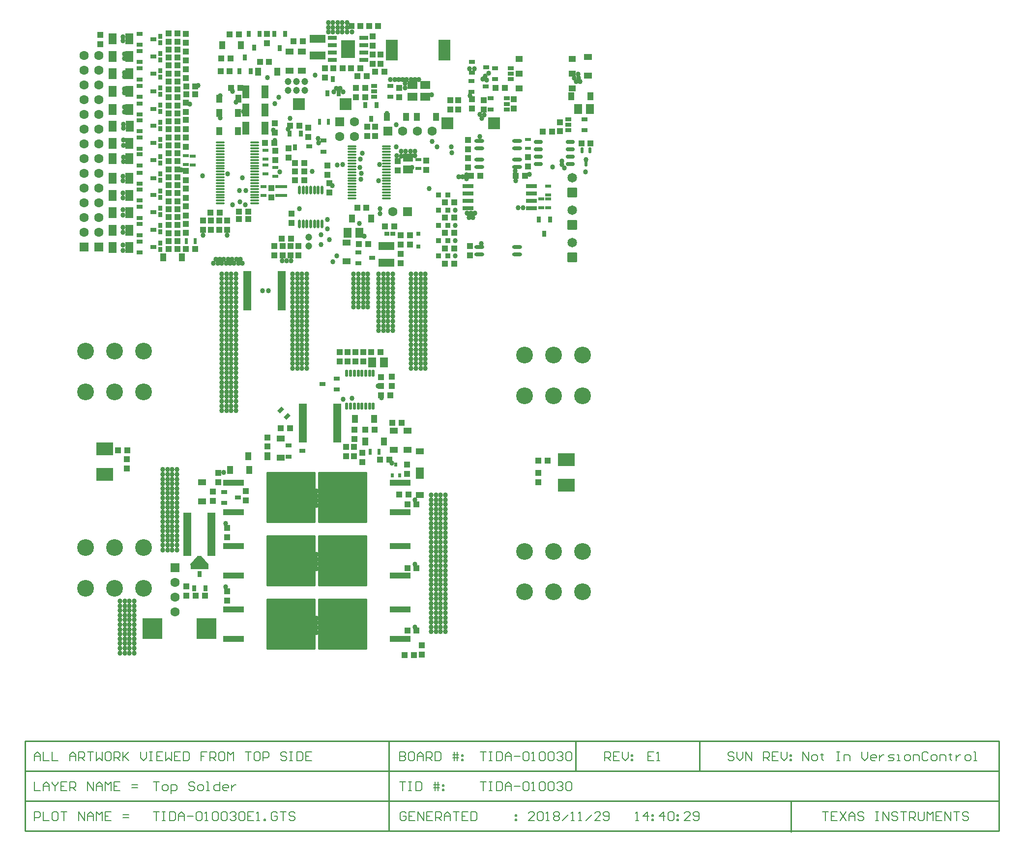
<source format=gts>
G04 Layer_Color=8388736*
%FSAX25Y25*%
%MOIN*%
G70*
G01*
G75*
%ADD50C,0.01000*%
%ADD63C,0.00800*%
G04:AMPARAMS|DCode=97|XSize=94.49mil|YSize=122.05mil|CornerRadius=1.89mil|HoleSize=0mil|Usage=FLASHONLY|Rotation=0.000|XOffset=0mil|YOffset=0mil|HoleType=Round|Shape=RoundedRectangle|*
%AMROUNDEDRECTD97*
21,1,0.09449,0.11827,0,0,0.0*
21,1,0.09071,0.12205,0,0,0.0*
1,1,0.00378,0.04535,-0.05913*
1,1,0.00378,-0.04535,-0.05913*
1,1,0.00378,-0.04535,0.05913*
1,1,0.00378,0.04535,0.05913*
%
%ADD97ROUNDEDRECTD97*%
G04:AMPARAMS|DCode=102|XSize=38.94mil|YSize=23.94mil|CornerRadius=0mil|HoleSize=0mil|Usage=FLASHONLY|Rotation=45.000|XOffset=0mil|YOffset=0mil|HoleType=Round|Shape=Rectangle|*
%AMROTATEDRECTD102*
4,1,4,-0.00530,-0.02223,-0.02223,-0.00530,0.00530,0.02223,0.02223,0.00530,-0.00530,-0.02223,0.0*
%
%ADD102ROTATEDRECTD102*%

G04:AMPARAMS|DCode=103|XSize=19.68mil|YSize=37.4mil|CornerRadius=3.94mil|HoleSize=0mil|Usage=FLASHONLY|Rotation=0.000|XOffset=0mil|YOffset=0mil|HoleType=Round|Shape=RoundedRectangle|*
%AMROUNDEDRECTD103*
21,1,0.01968,0.02953,0,0,0.0*
21,1,0.01181,0.03740,0,0,0.0*
1,1,0.00787,0.00591,-0.01476*
1,1,0.00787,-0.00591,-0.01476*
1,1,0.00787,-0.00591,0.01476*
1,1,0.00787,0.00591,0.01476*
%
%ADD103ROUNDEDRECTD103*%
%ADD104R,0.04331X0.04134*%
%ADD105R,0.04134X0.04331*%
G04:AMPARAMS|DCode=106|XSize=27.56mil|YSize=43.31mil|CornerRadius=7.87mil|HoleSize=0mil|Usage=FLASHONLY|Rotation=0.000|XOffset=0mil|YOffset=0mil|HoleType=Round|Shape=RoundedRectangle|*
%AMROUNDEDRECTD106*
21,1,0.02756,0.02756,0,0,0.0*
21,1,0.01181,0.04331,0,0,0.0*
1,1,0.01575,0.00591,-0.01378*
1,1,0.01575,-0.00591,-0.01378*
1,1,0.01575,-0.00591,0.01378*
1,1,0.01575,0.00591,0.01378*
%
%ADD106ROUNDEDRECTD106*%
G04:AMPARAMS|DCode=107|XSize=27.56mil|YSize=43.31mil|CornerRadius=7.87mil|HoleSize=0mil|Usage=FLASHONLY|Rotation=90.000|XOffset=0mil|YOffset=0mil|HoleType=Round|Shape=RoundedRectangle|*
%AMROUNDEDRECTD107*
21,1,0.02756,0.02756,0,0,90.0*
21,1,0.01181,0.04331,0,0,90.0*
1,1,0.01575,0.01378,0.00591*
1,1,0.01575,0.01378,-0.00591*
1,1,0.01575,-0.01378,-0.00591*
1,1,0.01575,-0.01378,0.00591*
%
%ADD107ROUNDEDRECTD107*%
%ADD108R,0.02756X0.03543*%
G04:AMPARAMS|DCode=109|XSize=27.56mil|YSize=61.02mil|CornerRadius=3.98mil|HoleSize=0mil|Usage=FLASHONLY|Rotation=90.000|XOffset=0mil|YOffset=0mil|HoleType=Round|Shape=RoundedRectangle|*
%AMROUNDEDRECTD109*
21,1,0.02756,0.05307,0,0,90.0*
21,1,0.01961,0.06102,0,0,90.0*
1,1,0.00795,0.02653,0.00980*
1,1,0.00795,0.02653,-0.00980*
1,1,0.00795,-0.02653,-0.00980*
1,1,0.00795,-0.02653,0.00980*
%
%ADD109ROUNDEDRECTD109*%
%ADD110O,0.01968X0.05118*%
%ADD111O,0.06102X0.02756*%
G04:AMPARAMS|DCode=112|XSize=27.56mil|YSize=43.31mil|CornerRadius=3.98mil|HoleSize=0mil|Usage=FLASHONLY|Rotation=90.000|XOffset=0mil|YOffset=0mil|HoleType=Round|Shape=RoundedRectangle|*
%AMROUNDEDRECTD112*
21,1,0.02756,0.03535,0,0,90.0*
21,1,0.01961,0.04331,0,0,90.0*
1,1,0.00795,0.01768,0.00980*
1,1,0.00795,0.01768,-0.00980*
1,1,0.00795,-0.01768,-0.00980*
1,1,0.00795,-0.01768,0.00980*
%
%ADD112ROUNDEDRECTD112*%
%ADD113O,0.06693X0.02559*%
%ADD114O,0.02165X0.05905*%
%ADD115O,0.05905X0.01575*%
%ADD116R,0.04803X0.04173*%
%ADD117R,0.08268X0.08268*%
%ADD118R,0.05512X0.13780*%
%ADD119R,0.02394X0.03894*%
%ADD120R,0.03894X0.02394*%
%ADD121R,0.05512X0.07677*%
G04:AMPARAMS|DCode=122|XSize=344.49mil|YSize=334.65mil|CornerRadius=3.62mil|HoleSize=0mil|Usage=FLASHONLY|Rotation=270.000|XOffset=0mil|YOffset=0mil|HoleType=Round|Shape=RoundedRectangle|*
%AMROUNDEDRECTD122*
21,1,0.34449,0.32740,0,0,270.0*
21,1,0.33724,0.33465,0,0,270.0*
1,1,0.00724,-0.16370,-0.16862*
1,1,0.00724,-0.16370,0.16862*
1,1,0.00724,0.16370,0.16862*
1,1,0.00724,0.16370,-0.16862*
%
%ADD122ROUNDEDRECTD122*%
G04:AMPARAMS|DCode=123|XSize=43.31mil|YSize=141.73mil|CornerRadius=3.94mil|HoleSize=0mil|Usage=FLASHONLY|Rotation=270.000|XOffset=0mil|YOffset=0mil|HoleType=Round|Shape=RoundedRectangle|*
%AMROUNDEDRECTD123*
21,1,0.04331,0.13386,0,0,270.0*
21,1,0.03543,0.14173,0,0,270.0*
1,1,0.00787,-0.06693,-0.01772*
1,1,0.00787,-0.06693,0.01772*
1,1,0.00787,0.06693,0.01772*
1,1,0.00787,0.06693,-0.01772*
%
%ADD123ROUNDEDRECTD123*%
G04:AMPARAMS|DCode=124|XSize=22.44mil|YSize=27.56mil|CornerRadius=3.91mil|HoleSize=0mil|Usage=FLASHONLY|Rotation=0.000|XOffset=0mil|YOffset=0mil|HoleType=Round|Shape=RoundedRectangle|*
%AMROUNDEDRECTD124*
21,1,0.02244,0.01974,0,0,0.0*
21,1,0.01462,0.02756,0,0,0.0*
1,1,0.00782,0.00731,-0.00987*
1,1,0.00782,-0.00731,-0.00987*
1,1,0.00782,-0.00731,0.00987*
1,1,0.00782,0.00731,0.00987*
%
%ADD124ROUNDEDRECTD124*%
%ADD125R,0.08268X0.14173*%
%ADD126R,0.13189X0.13898*%
%ADD127R,0.05276X0.29685*%
%ADD128R,0.12362X0.03504*%
%ADD129R,0.11193X0.08894*%
%ADD130R,0.03996X0.05197*%
%ADD131R,0.05197X0.03996*%
%ADD132R,0.03543X0.02756*%
%ADD133R,0.06694X0.05394*%
%ADD134R,0.05394X0.06694*%
G04:AMPARAMS|DCode=135|XSize=27.56mil|YSize=74.8mil|CornerRadius=3.98mil|HoleSize=0mil|Usage=FLASHONLY|Rotation=90.000|XOffset=0mil|YOffset=0mil|HoleType=Round|Shape=RoundedRectangle|*
%AMROUNDEDRECTD135*
21,1,0.02756,0.06685,0,0,90.0*
21,1,0.01961,0.07480,0,0,90.0*
1,1,0.00795,0.03342,0.00980*
1,1,0.00795,0.03342,-0.00980*
1,1,0.00795,-0.03342,-0.00980*
1,1,0.00795,-0.03342,0.00980*
%
%ADD135ROUNDEDRECTD135*%
%ADD136R,0.11024X0.05512*%
%ADD137R,0.04724X0.09055*%
%ADD138R,0.03543X0.03543*%
%ADD139R,0.02756X0.02756*%
%ADD140C,0.06299*%
%ADD141R,0.06299X0.06299*%
%ADD142C,0.11394*%
%ADD143C,0.04724*%
G04:AMPARAMS|DCode=144|XSize=64.96mil|YSize=64.96mil|CornerRadius=3.8mil|HoleSize=0mil|Usage=FLASHONLY|Rotation=90.000|XOffset=0mil|YOffset=0mil|HoleType=Round|Shape=RoundedRectangle|*
%AMROUNDEDRECTD144*
21,1,0.06496,0.05736,0,0,90.0*
21,1,0.05736,0.06496,0,0,90.0*
1,1,0.00760,0.02868,0.02868*
1,1,0.00760,0.02868,-0.02868*
1,1,0.00760,-0.02868,-0.02868*
1,1,0.00760,-0.02868,0.02868*
%
%ADD144ROUNDEDRECTD144*%
%ADD145C,0.06496*%
%ADD146R,0.06299X0.06299*%
%ADD147C,0.03394*%
%ADD148C,0.02362*%
G36*
X0159591Y0226615D02*
X0159605Y0226614D01*
X0159613Y0226613D01*
X0159621Y0226612D01*
X0159634Y0226609D01*
X0159648Y0226607D01*
X0159655Y0226604D01*
X0159663Y0226602D01*
X0159676Y0226597D01*
X0159689Y0226593D01*
X0159696Y0226589D01*
X0159703Y0226586D01*
X0159715Y0226579D01*
X0159727Y0226572D01*
X0159733Y0226567D01*
X0159740Y0226563D01*
X0159751Y0226554D01*
X0159762Y0226546D01*
X0159767Y0226540D01*
X0159773Y0226535D01*
X0159782Y0226525D01*
X0159792Y0226515D01*
X0164319Y0221003D01*
X0164324Y0220996D01*
X0164329Y0220990D01*
X0164336Y0220979D01*
X0164344Y0220968D01*
X0164348Y0220960D01*
X0164352Y0220953D01*
X0164357Y0220941D01*
X0164363Y0220928D01*
X0164365Y0220921D01*
X0164368Y0220913D01*
X0164372Y0220900D01*
X0164375Y0220887D01*
X0164377Y0220879D01*
X0164378Y0220871D01*
X0164380Y0220857D01*
X0164382Y0220844D01*
X0164381Y0220836D01*
X0164382Y0220828D01*
X0164381Y0220814D01*
X0164381Y0220801D01*
X0164379Y0220793D01*
X0164378Y0220784D01*
X0164375Y0220771D01*
X0164373Y0220758D01*
X0164370Y0220750D01*
X0164368Y0220742D01*
X0164363Y0220730D01*
X0164359Y0220717D01*
X0164355Y0220710D01*
X0164352Y0220702D01*
X0164345Y0220691D01*
X0164338Y0220679D01*
X0164333Y0220672D01*
X0164329Y0220665D01*
X0164320Y0220655D01*
X0164312Y0220644D01*
X0164306Y0220638D01*
X0164301Y0220632D01*
X0164291Y0220623D01*
X0164281Y0220614D01*
X0164274Y0220609D01*
X0164268Y0220604D01*
X0164257Y0220597D01*
X0164245Y0220589D01*
X0164238Y0220585D01*
X0164231Y0220581D01*
X0164219Y0220576D01*
X0164206Y0220570D01*
X0164199Y0220568D01*
X0164191Y0220565D01*
X0164178Y0220562D01*
X0164165Y0220558D01*
X0164157Y0220556D01*
X0164149Y0220554D01*
X0164135Y0220553D01*
X0164122Y0220552D01*
X0164114Y0220552D01*
X0164105Y0220551D01*
X0152295D01*
X0152286Y0220552D01*
X0152278Y0220552D01*
X0152265Y0220553D01*
X0152251Y0220554D01*
X0152243Y0220556D01*
X0152235Y0220558D01*
X0152222Y0220562D01*
X0152209Y0220565D01*
X0152201Y0220568D01*
X0152194Y0220570D01*
X0152181Y0220576D01*
X0152169Y0220581D01*
X0152162Y0220585D01*
X0152155Y0220589D01*
X0152144Y0220597D01*
X0152132Y0220604D01*
X0152126Y0220609D01*
X0152119Y0220614D01*
X0152109Y0220623D01*
X0152099Y0220632D01*
X0152094Y0220638D01*
X0152088Y0220644D01*
X0152080Y0220655D01*
X0152071Y0220665D01*
X0152067Y0220672D01*
X0152062Y0220679D01*
X0152055Y0220690D01*
X0152048Y0220702D01*
X0152045Y0220710D01*
X0152041Y0220717D01*
X0152037Y0220730D01*
X0152032Y0220742D01*
X0152030Y0220750D01*
X0152027Y0220758D01*
X0152025Y0220771D01*
X0152022Y0220784D01*
X0152021Y0220793D01*
X0152019Y0220801D01*
X0152019Y0220814D01*
X0152018Y0220828D01*
X0152019Y0220836D01*
X0152018Y0220844D01*
X0152020Y0220857D01*
X0152022Y0220871D01*
X0152023Y0220879D01*
X0152024Y0220887D01*
X0152028Y0220900D01*
X0152032Y0220913D01*
X0152035Y0220921D01*
X0152037Y0220928D01*
X0152043Y0220941D01*
X0152048Y0220953D01*
X0152052Y0220960D01*
X0152056Y0220968D01*
X0152064Y0220979D01*
X0152071Y0220990D01*
X0152076Y0220996D01*
X0152081Y0221003D01*
X0156608Y0226515D01*
X0156618Y0226525D01*
X0156627Y0226535D01*
X0156633Y0226540D01*
X0156639Y0226546D01*
X0156649Y0226554D01*
X0156660Y0226563D01*
X0156667Y0226567D01*
X0156673Y0226572D01*
X0156685Y0226579D01*
X0156697Y0226586D01*
X0156704Y0226589D01*
X0156711Y0226593D01*
X0156724Y0226597D01*
X0156737Y0226602D01*
X0156745Y0226604D01*
X0156752Y0226607D01*
X0156766Y0226609D01*
X0156779Y0226612D01*
X0156787Y0226613D01*
X0156795Y0226614D01*
X0156808Y0226615D01*
X0156822Y0226616D01*
X0159578D01*
X0159591Y0226615D01*
D02*
G37*
G54D50*
X0559400Y0039400D02*
Y0059683D01*
X0440500Y0040050D02*
X0700200D01*
Y0101050D01*
X0286500Y0040050D02*
Y0101050D01*
X0040000Y0040050D02*
Y0101050D01*
X0040050Y0040050D02*
X0197600D01*
X0040050D02*
Y0101050D01*
Y0101050D02*
X0700200D01*
X0040000Y0040050D02*
X0440500D01*
X0040000Y0060383D02*
X0700000D01*
X0040000Y0080717D02*
X0700200D01*
X0413200D02*
Y0101050D01*
X0497200Y0080717D02*
Y0101050D01*
G54D63*
X0126900Y0073549D02*
X0130899D01*
X0128899D01*
Y0067551D01*
X0133898D02*
X0135897D01*
X0136897Y0068550D01*
Y0070550D01*
X0135897Y0071549D01*
X0133898D01*
X0132898Y0070550D01*
Y0068550D01*
X0133898Y0067551D01*
X0138896Y0065551D02*
Y0071549D01*
X0141895D01*
X0142895Y0070550D01*
Y0068550D01*
X0141895Y0067551D01*
X0138896D01*
X0154891Y0072549D02*
X0153891Y0073549D01*
X0151892D01*
X0150892Y0072549D01*
Y0071549D01*
X0151892Y0070550D01*
X0153891D01*
X0154891Y0069550D01*
Y0068550D01*
X0153891Y0067551D01*
X0151892D01*
X0150892Y0068550D01*
X0157890Y0067551D02*
X0159889D01*
X0160889Y0068550D01*
Y0070550D01*
X0159889Y0071549D01*
X0157890D01*
X0156890Y0070550D01*
Y0068550D01*
X0157890Y0067551D01*
X0162888D02*
X0164888D01*
X0163888D01*
Y0073549D01*
X0162888D01*
X0171885D02*
Y0067551D01*
X0168886D01*
X0167887Y0068550D01*
Y0070550D01*
X0168886Y0071549D01*
X0171885D01*
X0176884Y0067551D02*
X0174884D01*
X0173885Y0068550D01*
Y0070550D01*
X0174884Y0071549D01*
X0176884D01*
X0177884Y0070550D01*
Y0069550D01*
X0173885D01*
X0179883Y0071549D02*
Y0067551D01*
Y0069550D01*
X0180883Y0070550D01*
X0181882Y0071549D01*
X0182882D01*
X0126900Y0073549D02*
X0130899D01*
X0128899D01*
Y0067551D01*
X0133898D02*
X0135897D01*
X0136897Y0068550D01*
Y0070550D01*
X0135897Y0071549D01*
X0133898D01*
X0132898Y0070550D01*
Y0068550D01*
X0133898Y0067551D01*
X0138896Y0065551D02*
Y0071549D01*
X0141895D01*
X0142895Y0070550D01*
Y0068550D01*
X0141895Y0067551D01*
X0138896D01*
X0154891Y0072549D02*
X0153891Y0073549D01*
X0151892D01*
X0150892Y0072549D01*
Y0071549D01*
X0151892Y0070550D01*
X0153891D01*
X0154891Y0069550D01*
Y0068550D01*
X0153891Y0067551D01*
X0151892D01*
X0150892Y0068550D01*
X0157890Y0067551D02*
X0159889D01*
X0160889Y0068550D01*
Y0070550D01*
X0159889Y0071549D01*
X0157890D01*
X0156890Y0070550D01*
Y0068550D01*
X0157890Y0067551D01*
X0162888D02*
X0164888D01*
X0163888D01*
Y0073549D01*
X0162888D01*
X0171885D02*
Y0067551D01*
X0168886D01*
X0167887Y0068550D01*
Y0070550D01*
X0168886Y0071549D01*
X0171885D01*
X0176884Y0067551D02*
X0174884D01*
X0173885Y0068550D01*
Y0070550D01*
X0174884Y0071549D01*
X0176884D01*
X0177884Y0070550D01*
Y0069550D01*
X0173885D01*
X0179883Y0071549D02*
Y0067551D01*
Y0069550D01*
X0180883Y0070550D01*
X0181882Y0071549D01*
X0182882D01*
X0348550Y0073498D02*
X0352549D01*
X0350549D01*
Y0067500D01*
X0354548Y0073498D02*
X0356547D01*
X0355548D01*
Y0067500D01*
X0354548D01*
X0356547D01*
X0359546Y0073498D02*
Y0067500D01*
X0362545D01*
X0363545Y0068500D01*
Y0072498D01*
X0362545Y0073498D01*
X0359546D01*
X0365545Y0067500D02*
Y0071499D01*
X0367544Y0073498D01*
X0369543Y0071499D01*
Y0067500D01*
Y0070499D01*
X0365545D01*
X0371543D02*
X0375541D01*
X0377541Y0072498D02*
X0378540Y0073498D01*
X0380540D01*
X0381539Y0072498D01*
Y0068500D01*
X0380540Y0067500D01*
X0378540D01*
X0377541Y0068500D01*
Y0072498D01*
X0383539Y0067500D02*
X0385538D01*
X0384538D01*
Y0073498D01*
X0383539Y0072498D01*
X0388537D02*
X0389537Y0073498D01*
X0391536D01*
X0392536Y0072498D01*
Y0068500D01*
X0391536Y0067500D01*
X0389537D01*
X0388537Y0068500D01*
Y0072498D01*
X0394535D02*
X0395535Y0073498D01*
X0397534D01*
X0398534Y0072498D01*
Y0068500D01*
X0397534Y0067500D01*
X0395535D01*
X0394535Y0068500D01*
Y0072498D01*
X0400533D02*
X0401533Y0073498D01*
X0403532D01*
X0404532Y0072498D01*
Y0071499D01*
X0403532Y0070499D01*
X0402532D01*
X0403532D01*
X0404532Y0069499D01*
Y0068500D01*
X0403532Y0067500D01*
X0401533D01*
X0400533Y0068500D01*
X0406531Y0072498D02*
X0407531Y0073498D01*
X0409530D01*
X0410530Y0072498D01*
Y0068500D01*
X0409530Y0067500D01*
X0407531D01*
X0406531Y0068500D01*
Y0072498D01*
X0294000Y0073498D02*
X0297999D01*
X0295999D01*
Y0067500D01*
X0299998Y0073498D02*
X0301997D01*
X0300998D01*
Y0067500D01*
X0299998D01*
X0301997D01*
X0304996Y0073498D02*
Y0067500D01*
X0307996D01*
X0308995Y0068500D01*
Y0072498D01*
X0307996Y0073498D01*
X0304996D01*
X0317992Y0067500D02*
Y0073498D01*
X0319992D02*
Y0067500D01*
X0316993Y0071499D02*
X0319992D01*
X0320991D01*
X0316993Y0069499D02*
X0320991D01*
X0322991Y0071499D02*
X0323990D01*
Y0070499D01*
X0322991D01*
Y0071499D01*
Y0068500D02*
X0323990D01*
Y0067500D01*
X0322991D01*
Y0068500D01*
X0580500Y0052965D02*
X0584499D01*
X0582499D01*
Y0046966D01*
X0590497Y0052965D02*
X0586498D01*
Y0046966D01*
X0590497D01*
X0586498Y0049966D02*
X0588497D01*
X0592496Y0052965D02*
X0596495Y0046966D01*
Y0052965D02*
X0592496Y0046966D01*
X0598494D02*
Y0050965D01*
X0600493Y0052965D01*
X0602493Y0050965D01*
Y0046966D01*
Y0049966D01*
X0598494D01*
X0608491Y0051965D02*
X0607491Y0052965D01*
X0605492D01*
X0604492Y0051965D01*
Y0050965D01*
X0605492Y0049966D01*
X0607491D01*
X0608491Y0048966D01*
Y0047966D01*
X0607491Y0046966D01*
X0605492D01*
X0604492Y0047966D01*
X0616488Y0052965D02*
X0618488D01*
X0617488D01*
Y0046966D01*
X0616488D01*
X0618488D01*
X0621487D02*
Y0052965D01*
X0625486Y0046966D01*
Y0052965D01*
X0631484Y0051965D02*
X0630484Y0052965D01*
X0628484D01*
X0627485Y0051965D01*
Y0050965D01*
X0628484Y0049966D01*
X0630484D01*
X0631484Y0048966D01*
Y0047966D01*
X0630484Y0046966D01*
X0628484D01*
X0627485Y0047966D01*
X0633483Y0052965D02*
X0637482D01*
X0635482D01*
Y0046966D01*
X0639481D02*
Y0052965D01*
X0642480D01*
X0643480Y0051965D01*
Y0049966D01*
X0642480Y0048966D01*
X0639481D01*
X0641480D02*
X0643480Y0046966D01*
X0645479Y0052965D02*
Y0047966D01*
X0646479Y0046966D01*
X0648478D01*
X0649478Y0047966D01*
Y0052965D01*
X0651477Y0046966D02*
Y0052965D01*
X0653476Y0050965D01*
X0655476Y0052965D01*
Y0046966D01*
X0661474Y0052965D02*
X0657475D01*
Y0046966D01*
X0661474D01*
X0657475Y0049966D02*
X0659474D01*
X0663473Y0046966D02*
Y0052965D01*
X0667472Y0046966D01*
Y0052965D01*
X0669471D02*
X0673470D01*
X0671471D01*
Y0046966D01*
X0679468Y0051965D02*
X0678468Y0052965D01*
X0676469D01*
X0675469Y0051965D01*
Y0050965D01*
X0676469Y0049966D01*
X0678468D01*
X0679468Y0048966D01*
Y0047966D01*
X0678468Y0046966D01*
X0676469D01*
X0675469Y0047966D01*
X0454050Y0046966D02*
X0456049D01*
X0455050D01*
Y0052965D01*
X0454050Y0051965D01*
X0462047Y0046966D02*
Y0052965D01*
X0459048Y0049966D01*
X0463047D01*
X0465046Y0050965D02*
X0466046D01*
Y0049966D01*
X0465046D01*
Y0050965D01*
Y0047966D02*
X0466046D01*
Y0046966D01*
X0465046D01*
Y0047966D01*
X0473044Y0046966D02*
Y0052965D01*
X0470045Y0049966D01*
X0474044D01*
X0476043Y0051965D02*
X0477043Y0052965D01*
X0479042D01*
X0480042Y0051965D01*
Y0047966D01*
X0479042Y0046966D01*
X0477043D01*
X0476043Y0047966D01*
Y0051965D01*
X0482041Y0050965D02*
X0483041D01*
Y0049966D01*
X0482041D01*
Y0050965D01*
Y0047966D02*
X0483041D01*
Y0046966D01*
X0482041D01*
Y0047966D01*
X0491038Y0046966D02*
X0487039D01*
X0491038Y0050965D01*
Y0051965D01*
X0490038Y0052965D01*
X0488039D01*
X0487039Y0051965D01*
X0493037Y0047966D02*
X0494037Y0046966D01*
X0496036D01*
X0497036Y0047966D01*
Y0051965D01*
X0496036Y0052965D01*
X0494037D01*
X0493037Y0051965D01*
Y0050965D01*
X0494037Y0049966D01*
X0497036D01*
X0046350Y0046966D02*
Y0052965D01*
X0049349D01*
X0050349Y0051965D01*
Y0049966D01*
X0049349Y0048966D01*
X0046350D01*
X0052348Y0052965D02*
Y0046966D01*
X0056347D01*
X0061345Y0052965D02*
X0059346D01*
X0058346Y0051965D01*
Y0047966D01*
X0059346Y0046966D01*
X0061345D01*
X0062345Y0047966D01*
Y0051965D01*
X0061345Y0052965D01*
X0064344D02*
X0068343D01*
X0066343D01*
Y0046966D01*
X0076340D02*
Y0052965D01*
X0080339Y0046966D01*
Y0052965D01*
X0082338Y0046966D02*
Y0050965D01*
X0084338Y0052965D01*
X0086337Y0050965D01*
Y0046966D01*
Y0049966D01*
X0082338D01*
X0088336Y0046966D02*
Y0052965D01*
X0090336Y0050965D01*
X0092335Y0052965D01*
Y0046966D01*
X0098333Y0052965D02*
X0094335D01*
Y0046966D01*
X0098333D01*
X0094335Y0049966D02*
X0096334D01*
X0106331Y0048966D02*
X0110329D01*
X0106331Y0050965D02*
X0110329D01*
X0046350Y0073549D02*
Y0067551D01*
X0050349D01*
X0052348D02*
Y0071549D01*
X0054347Y0073549D01*
X0056347Y0071549D01*
Y0067551D01*
Y0070550D01*
X0052348D01*
X0058346Y0073549D02*
Y0072549D01*
X0060346Y0070550D01*
X0062345Y0072549D01*
Y0073549D01*
X0060346Y0070550D02*
Y0067551D01*
X0068343Y0073549D02*
X0064344D01*
Y0067551D01*
X0068343D01*
X0064344Y0070550D02*
X0066343D01*
X0070342Y0067551D02*
Y0073549D01*
X0073341D01*
X0074341Y0072549D01*
Y0070550D01*
X0073341Y0069550D01*
X0070342D01*
X0072342D02*
X0074341Y0067551D01*
X0082338D02*
Y0073549D01*
X0086337Y0067551D01*
Y0073549D01*
X0088336Y0067551D02*
Y0071549D01*
X0090336Y0073549D01*
X0092335Y0071549D01*
Y0067551D01*
Y0070550D01*
X0088336D01*
X0094335Y0067551D02*
Y0073549D01*
X0096334Y0071549D01*
X0098333Y0073549D01*
Y0067551D01*
X0104331Y0073549D02*
X0100332D01*
Y0067551D01*
X0104331D01*
X0100332Y0070550D02*
X0102332D01*
X0112329Y0069550D02*
X0116327D01*
X0112329Y0071549D02*
X0116327D01*
X0294000Y0093831D02*
Y0087833D01*
X0296999D01*
X0297999Y0088833D01*
Y0089833D01*
X0296999Y0090832D01*
X0294000D01*
X0296999D01*
X0297999Y0091832D01*
Y0092832D01*
X0296999Y0093831D01*
X0294000D01*
X0302997D02*
X0300998D01*
X0299998Y0092832D01*
Y0088833D01*
X0300998Y0087833D01*
X0302997D01*
X0303997Y0088833D01*
Y0092832D01*
X0302997Y0093831D01*
X0305996Y0087833D02*
Y0091832D01*
X0307996Y0093831D01*
X0309995Y0091832D01*
Y0087833D01*
Y0090832D01*
X0305996D01*
X0311994Y0087833D02*
Y0093831D01*
X0314993D01*
X0315993Y0092832D01*
Y0090832D01*
X0314993Y0089833D01*
X0311994D01*
X0313994D02*
X0315993Y0087833D01*
X0317992Y0093831D02*
Y0087833D01*
X0320991D01*
X0321991Y0088833D01*
Y0092832D01*
X0320991Y0093831D01*
X0317992D01*
X0330988Y0087833D02*
Y0093831D01*
X0332987D02*
Y0087833D01*
X0329988Y0091832D02*
X0332987D01*
X0333987D01*
X0329988Y0089833D02*
X0333987D01*
X0335986Y0091832D02*
X0336986D01*
Y0090832D01*
X0335986D01*
Y0091832D01*
Y0088833D02*
X0336986D01*
Y0087833D01*
X0335986D01*
Y0088833D01*
X0348550Y0093831D02*
X0352549D01*
X0350549D01*
Y0087833D01*
X0354548Y0093831D02*
X0356547D01*
X0355548D01*
Y0087833D01*
X0354548D01*
X0356547D01*
X0359546Y0093831D02*
Y0087833D01*
X0362545D01*
X0363545Y0088833D01*
Y0092832D01*
X0362545Y0093831D01*
X0359546D01*
X0365545Y0087833D02*
Y0091832D01*
X0367544Y0093831D01*
X0369543Y0091832D01*
Y0087833D01*
Y0090832D01*
X0365545D01*
X0371543D02*
X0375541D01*
X0377541Y0092832D02*
X0378540Y0093831D01*
X0380540D01*
X0381539Y0092832D01*
Y0088833D01*
X0380540Y0087833D01*
X0378540D01*
X0377541Y0088833D01*
Y0092832D01*
X0383539Y0087833D02*
X0385538D01*
X0384538D01*
Y0093831D01*
X0383539Y0092832D01*
X0388537D02*
X0389537Y0093831D01*
X0391536D01*
X0392536Y0092832D01*
Y0088833D01*
X0391536Y0087833D01*
X0389537D01*
X0388537Y0088833D01*
Y0092832D01*
X0394535D02*
X0395535Y0093831D01*
X0397534D01*
X0398534Y0092832D01*
Y0088833D01*
X0397534Y0087833D01*
X0395535D01*
X0394535Y0088833D01*
Y0092832D01*
X0400533D02*
X0401533Y0093831D01*
X0403532D01*
X0404532Y0092832D01*
Y0091832D01*
X0403532Y0090832D01*
X0402532D01*
X0403532D01*
X0404532Y0089833D01*
Y0088833D01*
X0403532Y0087833D01*
X0401533D01*
X0400533Y0088833D01*
X0406531Y0092832D02*
X0407531Y0093831D01*
X0409530D01*
X0410530Y0092832D01*
Y0088833D01*
X0409530Y0087833D01*
X0407531D01*
X0406531Y0088833D01*
Y0092832D01*
X0466149Y0093831D02*
X0462150D01*
Y0087833D01*
X0466149D01*
X0462150Y0090832D02*
X0464149D01*
X0468148Y0087833D02*
X0470147D01*
X0469148D01*
Y0093831D01*
X0468148Y0092832D01*
X0046350Y0087833D02*
Y0091832D01*
X0048349Y0093831D01*
X0050349Y0091832D01*
Y0087833D01*
Y0090832D01*
X0046350D01*
X0052348Y0093831D02*
Y0087833D01*
X0056347D01*
X0058346Y0093831D02*
Y0087833D01*
X0062345D01*
X0070342D02*
Y0091832D01*
X0072342Y0093831D01*
X0074341Y0091832D01*
Y0087833D01*
Y0090832D01*
X0070342D01*
X0076340Y0087833D02*
Y0093831D01*
X0079339D01*
X0080339Y0092832D01*
Y0090832D01*
X0079339Y0089833D01*
X0076340D01*
X0078340D02*
X0080339Y0087833D01*
X0082338Y0093831D02*
X0086337D01*
X0084338D01*
Y0087833D01*
X0088336Y0093831D02*
Y0087833D01*
X0090336Y0089833D01*
X0092335Y0087833D01*
Y0093831D01*
X0097334D02*
X0095334D01*
X0094335Y0092832D01*
Y0088833D01*
X0095334Y0087833D01*
X0097334D01*
X0098333Y0088833D01*
Y0092832D01*
X0097334Y0093831D01*
X0100332Y0087833D02*
Y0093831D01*
X0103332D01*
X0104331Y0092832D01*
Y0090832D01*
X0103332Y0089833D01*
X0100332D01*
X0102332D02*
X0104331Y0087833D01*
X0106331Y0093831D02*
Y0087833D01*
Y0089833D01*
X0110329Y0093831D01*
X0107330Y0090832D01*
X0110329Y0087833D01*
X0118327Y0093831D02*
Y0089833D01*
X0120326Y0087833D01*
X0122325Y0089833D01*
Y0093831D01*
X0124325D02*
X0126324D01*
X0125324D01*
Y0087833D01*
X0124325D01*
X0126324D01*
X0133322Y0093831D02*
X0129323D01*
Y0087833D01*
X0133322D01*
X0129323Y0090832D02*
X0131323D01*
X0135321Y0093831D02*
Y0087833D01*
X0137321Y0089833D01*
X0139320Y0087833D01*
Y0093831D01*
X0145318D02*
X0141319D01*
Y0087833D01*
X0145318D01*
X0141319Y0090832D02*
X0143319D01*
X0147317Y0093831D02*
Y0087833D01*
X0150316D01*
X0151316Y0088833D01*
Y0092832D01*
X0150316Y0093831D01*
X0147317D01*
X0163312D02*
X0159313D01*
Y0090832D01*
X0161313D01*
X0159313D01*
Y0087833D01*
X0165312D02*
Y0093831D01*
X0168310D01*
X0169310Y0092832D01*
Y0090832D01*
X0168310Y0089833D01*
X0165312D01*
X0167311D02*
X0169310Y0087833D01*
X0174309Y0093831D02*
X0172309D01*
X0171310Y0092832D01*
Y0088833D01*
X0172309Y0087833D01*
X0174309D01*
X0175308Y0088833D01*
Y0092832D01*
X0174309Y0093831D01*
X0177308Y0087833D02*
Y0093831D01*
X0179307Y0091832D01*
X0181306Y0093831D01*
Y0087833D01*
X0189304Y0093831D02*
X0193303D01*
X0191303D01*
Y0087833D01*
X0198301Y0093831D02*
X0196301D01*
X0195302Y0092832D01*
Y0088833D01*
X0196301Y0087833D01*
X0198301D01*
X0199301Y0088833D01*
Y0092832D01*
X0198301Y0093831D01*
X0201300Y0087833D02*
Y0093831D01*
X0204299D01*
X0205299Y0092832D01*
Y0090832D01*
X0204299Y0089833D01*
X0201300D01*
X0217295Y0092832D02*
X0216295Y0093831D01*
X0214296D01*
X0213296Y0092832D01*
Y0091832D01*
X0214296Y0090832D01*
X0216295D01*
X0217295Y0089833D01*
Y0088833D01*
X0216295Y0087833D01*
X0214296D01*
X0213296Y0088833D01*
X0219294Y0093831D02*
X0221293D01*
X0220294D01*
Y0087833D01*
X0219294D01*
X0221293D01*
X0224292Y0093831D02*
Y0087833D01*
X0227291D01*
X0228291Y0088833D01*
Y0092832D01*
X0227291Y0093831D01*
X0224292D01*
X0234289D02*
X0230291D01*
Y0087833D01*
X0234289D01*
X0230291Y0090832D02*
X0232290D01*
X0298199Y0051965D02*
X0297199Y0052965D01*
X0295200D01*
X0294200Y0051965D01*
Y0047966D01*
X0295200Y0046966D01*
X0297199D01*
X0298199Y0047966D01*
Y0049966D01*
X0296199D01*
X0304197Y0052965D02*
X0300198D01*
Y0046966D01*
X0304197D01*
X0300198Y0049966D02*
X0302197D01*
X0306196Y0046966D02*
Y0052965D01*
X0310195Y0046966D01*
Y0052965D01*
X0316193D02*
X0312194D01*
Y0046966D01*
X0316193D01*
X0312194Y0049966D02*
X0314194D01*
X0318192Y0046966D02*
Y0052965D01*
X0321191D01*
X0322191Y0051965D01*
Y0049966D01*
X0321191Y0048966D01*
X0318192D01*
X0320192D02*
X0322191Y0046966D01*
X0324190D02*
Y0050965D01*
X0326190Y0052965D01*
X0328189Y0050965D01*
Y0046966D01*
Y0049966D01*
X0324190D01*
X0330188Y0052965D02*
X0334187D01*
X0332188D01*
Y0046966D01*
X0340185Y0052965D02*
X0336186D01*
Y0046966D01*
X0340185D01*
X0336186Y0049966D02*
X0338186D01*
X0342184Y0052965D02*
Y0046966D01*
X0345183D01*
X0346183Y0047966D01*
Y0051965D01*
X0345183Y0052965D01*
X0342184D01*
X0372175Y0050965D02*
X0373175D01*
Y0049966D01*
X0372175D01*
Y0050965D01*
Y0047966D02*
X0373175D01*
Y0046966D01*
X0372175D01*
Y0047966D01*
X0385149Y0046966D02*
X0381150D01*
X0385149Y0050965D01*
Y0051965D01*
X0384149Y0052965D01*
X0382150D01*
X0381150Y0051965D01*
X0387148D02*
X0388148Y0052965D01*
X0390147D01*
X0391147Y0051965D01*
Y0047966D01*
X0390147Y0046966D01*
X0388148D01*
X0387148Y0047966D01*
Y0051965D01*
X0393146Y0046966D02*
X0395146D01*
X0394146D01*
Y0052965D01*
X0393146Y0051965D01*
X0398145D02*
X0399144Y0052965D01*
X0401144D01*
X0402143Y0051965D01*
Y0050965D01*
X0401144Y0049966D01*
X0402143Y0048966D01*
Y0047966D01*
X0401144Y0046966D01*
X0399144D01*
X0398145Y0047966D01*
Y0048966D01*
X0399144Y0049966D01*
X0398145Y0050965D01*
Y0051965D01*
X0399144Y0049966D02*
X0401144D01*
X0404143Y0046966D02*
X0408141Y0050965D01*
X0410141Y0046966D02*
X0412140D01*
X0411140D01*
Y0052965D01*
X0410141Y0051965D01*
X0415139Y0046966D02*
X0417138D01*
X0416139D01*
Y0052965D01*
X0415139Y0051965D01*
X0420137Y0046966D02*
X0424136Y0050965D01*
X0430134Y0046966D02*
X0426135D01*
X0430134Y0050965D01*
Y0051965D01*
X0429135Y0052965D01*
X0427135D01*
X0426135Y0051965D01*
X0432133Y0047966D02*
X0433133Y0046966D01*
X0435133D01*
X0436132Y0047966D01*
Y0051965D01*
X0435133Y0052965D01*
X0433133D01*
X0432133Y0051965D01*
Y0050965D01*
X0433133Y0049966D01*
X0436132D01*
X0126900Y0052965D02*
X0130899D01*
X0128899D01*
Y0046966D01*
X0132898Y0052965D02*
X0134897D01*
X0133898D01*
Y0046966D01*
X0132898D01*
X0134897D01*
X0137896Y0052965D02*
Y0046966D01*
X0140895D01*
X0141895Y0047966D01*
Y0051965D01*
X0140895Y0052965D01*
X0137896D01*
X0143895Y0046966D02*
Y0050965D01*
X0145894Y0052965D01*
X0147893Y0050965D01*
Y0046966D01*
Y0049966D01*
X0143895D01*
X0149893D02*
X0153891D01*
X0155891Y0051965D02*
X0156890Y0052965D01*
X0158890D01*
X0159889Y0051965D01*
Y0047966D01*
X0158890Y0046966D01*
X0156890D01*
X0155891Y0047966D01*
Y0051965D01*
X0161889Y0046966D02*
X0163888D01*
X0162888D01*
Y0052965D01*
X0161889Y0051965D01*
X0166887D02*
X0167887Y0052965D01*
X0169886D01*
X0170886Y0051965D01*
Y0047966D01*
X0169886Y0046966D01*
X0167887D01*
X0166887Y0047966D01*
Y0051965D01*
X0172885D02*
X0173885Y0052965D01*
X0175884D01*
X0176884Y0051965D01*
Y0047966D01*
X0175884Y0046966D01*
X0173885D01*
X0172885Y0047966D01*
Y0051965D01*
X0178883D02*
X0179883Y0052965D01*
X0181882D01*
X0182882Y0051965D01*
Y0050965D01*
X0181882Y0049966D01*
X0180883D01*
X0181882D01*
X0182882Y0048966D01*
Y0047966D01*
X0181882Y0046966D01*
X0179883D01*
X0178883Y0047966D01*
X0184881Y0051965D02*
X0185881Y0052965D01*
X0187880D01*
X0188880Y0051965D01*
Y0047966D01*
X0187880Y0046966D01*
X0185881D01*
X0184881Y0047966D01*
Y0051965D01*
X0194878Y0052965D02*
X0190879D01*
Y0046966D01*
X0194878D01*
X0190879Y0049966D02*
X0192879D01*
X0196877Y0046966D02*
X0198877D01*
X0197877D01*
Y0052965D01*
X0196877Y0051965D01*
X0201876Y0046966D02*
Y0047966D01*
X0202875D01*
Y0046966D01*
X0201876D01*
X0210873Y0051965D02*
X0209873Y0052965D01*
X0207874D01*
X0206874Y0051965D01*
Y0047966D01*
X0207874Y0046966D01*
X0209873D01*
X0210873Y0047966D01*
Y0049966D01*
X0208874D01*
X0212872Y0052965D02*
X0216871D01*
X0214872D01*
Y0046966D01*
X0222869Y0051965D02*
X0221869Y0052965D01*
X0219870D01*
X0218870Y0051965D01*
Y0050965D01*
X0219870Y0049966D01*
X0221869D01*
X0222869Y0048966D01*
Y0047966D01*
X0221869Y0046966D01*
X0219870D01*
X0218870Y0047966D01*
X0433000Y0087833D02*
Y0093831D01*
X0435999D01*
X0436999Y0092832D01*
Y0090832D01*
X0435999Y0089833D01*
X0433000D01*
X0434999D02*
X0436999Y0087833D01*
X0442997Y0093831D02*
X0438998D01*
Y0087833D01*
X0442997D01*
X0438998Y0090832D02*
X0440997D01*
X0444996Y0093831D02*
Y0089833D01*
X0446995Y0087833D01*
X0448995Y0089833D01*
Y0093831D01*
X0450994Y0091832D02*
X0451994D01*
Y0090832D01*
X0450994D01*
Y0091832D01*
Y0088833D02*
X0451994D01*
Y0087833D01*
X0450994D01*
Y0088833D01*
X0520799Y0092832D02*
X0519799Y0093831D01*
X0517800D01*
X0516800Y0092832D01*
Y0091832D01*
X0517800Y0090832D01*
X0519799D01*
X0520799Y0089833D01*
Y0088833D01*
X0519799Y0087833D01*
X0517800D01*
X0516800Y0088833D01*
X0522798Y0093831D02*
Y0089833D01*
X0524797Y0087833D01*
X0526797Y0089833D01*
Y0093831D01*
X0528796Y0087833D02*
Y0093831D01*
X0532795Y0087833D01*
Y0093831D01*
X0540792Y0087833D02*
Y0093831D01*
X0543791D01*
X0544791Y0092832D01*
Y0090832D01*
X0543791Y0089833D01*
X0540792D01*
X0542792D02*
X0544791Y0087833D01*
X0550789Y0093831D02*
X0546790D01*
Y0087833D01*
X0550789D01*
X0546790Y0090832D02*
X0548790D01*
X0552788Y0093831D02*
Y0089833D01*
X0554788Y0087833D01*
X0556787Y0089833D01*
Y0093831D01*
X0558786Y0091832D02*
X0559786D01*
Y0090832D01*
X0558786D01*
Y0091832D01*
Y0088833D02*
X0559786D01*
Y0087833D01*
X0558786D01*
Y0088833D01*
X0567400Y0087833D02*
Y0093831D01*
X0571399Y0087833D01*
Y0093831D01*
X0574398Y0087833D02*
X0576397D01*
X0577397Y0088833D01*
Y0090832D01*
X0576397Y0091832D01*
X0574398D01*
X0573398Y0090832D01*
Y0088833D01*
X0574398Y0087833D01*
X0580396Y0092832D02*
Y0091832D01*
X0579396D01*
X0581395D01*
X0580396D01*
Y0088833D01*
X0581395Y0087833D01*
X0590393Y0093831D02*
X0592392D01*
X0591392D01*
Y0087833D01*
X0590393D01*
X0592392D01*
X0595391D02*
Y0091832D01*
X0598390D01*
X0599390Y0090832D01*
Y0087833D01*
X0607387Y0093831D02*
Y0089833D01*
X0609386Y0087833D01*
X0611386Y0089833D01*
Y0093831D01*
X0616384Y0087833D02*
X0614385D01*
X0613385Y0088833D01*
Y0090832D01*
X0614385Y0091832D01*
X0616384D01*
X0617384Y0090832D01*
Y0089833D01*
X0613385D01*
X0619383Y0091832D02*
Y0087833D01*
Y0089833D01*
X0620383Y0090832D01*
X0621383Y0091832D01*
X0622382D01*
X0625381Y0087833D02*
X0628380D01*
X0629380Y0088833D01*
X0628380Y0089833D01*
X0626381D01*
X0625381Y0090832D01*
X0626381Y0091832D01*
X0629380D01*
X0631379Y0087833D02*
X0633379D01*
X0632379D01*
Y0091832D01*
X0631379D01*
X0637377Y0087833D02*
X0639377D01*
X0640376Y0088833D01*
Y0090832D01*
X0639377Y0091832D01*
X0637377D01*
X0636378Y0090832D01*
Y0088833D01*
X0637377Y0087833D01*
X0642376D02*
Y0091832D01*
X0645375D01*
X0646374Y0090832D01*
Y0087833D01*
X0652373Y0092832D02*
X0651373Y0093831D01*
X0649373D01*
X0648374Y0092832D01*
Y0088833D01*
X0649373Y0087833D01*
X0651373D01*
X0652373Y0088833D01*
X0655372Y0087833D02*
X0657371D01*
X0658371Y0088833D01*
Y0090832D01*
X0657371Y0091832D01*
X0655372D01*
X0654372Y0090832D01*
Y0088833D01*
X0655372Y0087833D01*
X0660370D02*
Y0091832D01*
X0663369D01*
X0664369Y0090832D01*
Y0087833D01*
X0667368Y0092832D02*
Y0091832D01*
X0666368D01*
X0668367D01*
X0667368D01*
Y0088833D01*
X0668367Y0087833D01*
X0671366Y0091832D02*
Y0087833D01*
Y0089833D01*
X0672366Y0090832D01*
X0673366Y0091832D01*
X0674365D01*
X0678364Y0087833D02*
X0680364D01*
X0681363Y0088833D01*
Y0090832D01*
X0680364Y0091832D01*
X0678364D01*
X0677364Y0090832D01*
Y0088833D01*
X0678364Y0087833D01*
X0683362D02*
X0685362D01*
X0684362D01*
Y0093831D01*
X0683362D01*
G54D97*
X0258900Y0570900D02*
D03*
G54D102*
X0213379Y0325621D02*
D03*
X0217621Y0321379D02*
D03*
G54D103*
X0422859Y0502029D02*
D03*
X0417741D02*
D03*
X0420300Y0493171D02*
D03*
G54D104*
X0273150Y0586300D02*
D03*
X0279450D02*
D03*
X0223050Y0493300D02*
D03*
X0229350D02*
D03*
X0271450Y0463200D02*
D03*
X0265150D02*
D03*
X0171850Y0459900D02*
D03*
X0165550D02*
D03*
X0137151Y0451335D02*
D03*
X0143450D02*
D03*
X0228250Y0576000D02*
D03*
X0221950D02*
D03*
X0185050Y0580700D02*
D03*
X0178750D02*
D03*
X0265250Y0552300D02*
D03*
X0271550D02*
D03*
X0260950Y0557900D02*
D03*
X0267250D02*
D03*
X0289050Y0317000D02*
D03*
X0295350D02*
D03*
X0300050Y0268400D02*
D03*
X0293750D02*
D03*
X0280650Y0292100D02*
D03*
X0286950D02*
D03*
X0276850Y0312600D02*
D03*
X0270550D02*
D03*
X0281450Y0335800D02*
D03*
X0287750D02*
D03*
X0274750Y0365100D02*
D03*
X0281050D02*
D03*
X0423450Y0506700D02*
D03*
X0417150D02*
D03*
X0330950Y0466700D02*
D03*
X0324650D02*
D03*
X0330950Y0456325D02*
D03*
X0324650D02*
D03*
X0330950Y0445950D02*
D03*
X0324650D02*
D03*
X0330950Y0435575D02*
D03*
X0324650D02*
D03*
X0330950Y0425200D02*
D03*
X0324650D02*
D03*
X0223050Y0487800D02*
D03*
X0229350D02*
D03*
X0219750Y0518900D02*
D03*
X0226050D02*
D03*
X0290250Y0450400D02*
D03*
X0283950D02*
D03*
X0266352Y0438500D02*
D03*
X0272651D02*
D03*
X0208850Y0507000D02*
D03*
X0202550D02*
D03*
X0179550Y0544400D02*
D03*
X0185850D02*
D03*
X0191350Y0455400D02*
D03*
X0185050D02*
D03*
X0137151Y0581290D02*
D03*
X0143450D02*
D03*
X0137151Y0570461D02*
D03*
X0143450D02*
D03*
X0137151Y0559631D02*
D03*
X0143450D02*
D03*
X0137151Y0548802D02*
D03*
X0143450D02*
D03*
X0137151Y0575876D02*
D03*
X0143450D02*
D03*
X0137151Y0565046D02*
D03*
X0143450D02*
D03*
X0137151Y0554216D02*
D03*
X0143450D02*
D03*
X0137151Y0543387D02*
D03*
X0143450D02*
D03*
X0199150Y0562100D02*
D03*
X0205450D02*
D03*
X0172981Y0564342D02*
D03*
X0179280D02*
D03*
X0172481Y0555642D02*
D03*
X0178780D02*
D03*
X0137151Y0532557D02*
D03*
X0143450D02*
D03*
X0137151Y0521728D02*
D03*
X0143450D02*
D03*
X0137151Y0510898D02*
D03*
X0143450D02*
D03*
X0137151Y0500068D02*
D03*
X0143450D02*
D03*
X0137151Y0537972D02*
D03*
X0143450D02*
D03*
X0137151Y0527142D02*
D03*
X0143450D02*
D03*
X0137151Y0516313D02*
D03*
X0143450D02*
D03*
X0137151Y0505483D02*
D03*
X0143450D02*
D03*
X0137151Y0494654D02*
D03*
X0143450D02*
D03*
X0137151Y0483824D02*
D03*
X0143450D02*
D03*
X0137151Y0472994D02*
D03*
X0143450D02*
D03*
X0137151Y0462165D02*
D03*
X0143450D02*
D03*
X0137151Y0440506D02*
D03*
X0143450D02*
D03*
X0137151Y0489239D02*
D03*
X0143450D02*
D03*
X0137151Y0478409D02*
D03*
X0143450D02*
D03*
X0137151Y0467580D02*
D03*
X0143450D02*
D03*
X0137151Y0456750D02*
D03*
X0143450D02*
D03*
X0137151Y0445920D02*
D03*
X0143450D02*
D03*
X0137151Y0435091D02*
D03*
X0143450D02*
D03*
X0394250Y0291500D02*
D03*
X0387950D02*
D03*
X0303550Y0159600D02*
D03*
X0297250D02*
D03*
X0261150Y0586300D02*
D03*
X0267450D02*
D03*
X0220399Y0442000D02*
D03*
X0214100D02*
D03*
X0378950Y0484700D02*
D03*
X0372650D02*
D03*
X0365350Y0544600D02*
D03*
X0359050D02*
D03*
X0397150Y0514800D02*
D03*
X0390850D02*
D03*
X0342350Y0484700D02*
D03*
X0348650D02*
D03*
X0229350Y0481800D02*
D03*
X0223050D02*
D03*
X0185050Y0460500D02*
D03*
X0191350D02*
D03*
X0149150Y0545500D02*
D03*
X0155450D02*
D03*
X0149150Y0540100D02*
D03*
X0155450D02*
D03*
X0149050Y0435000D02*
D03*
X0155350D02*
D03*
X0283550Y0555300D02*
D03*
X0277250D02*
D03*
X0161950Y0199700D02*
D03*
X0155650D02*
D03*
X0305450Y0176000D02*
D03*
X0299150D02*
D03*
X0305450Y0218600D02*
D03*
X0299150D02*
D03*
X0305450Y0261900D02*
D03*
X0299150D02*
D03*
X0102850Y0298300D02*
D03*
X0109150D02*
D03*
X0213450Y0313500D02*
D03*
X0219750D02*
D03*
X0255150Y0557900D02*
D03*
X0248850D02*
D03*
G54D105*
X0218700Y0503550D02*
D03*
Y0497250D02*
D03*
X0275700Y0573050D02*
D03*
Y0579350D02*
D03*
X0264400Y0538150D02*
D03*
Y0544450D02*
D03*
X0176900Y0448050D02*
D03*
Y0454350D02*
D03*
X0160507Y0448050D02*
D03*
Y0454350D02*
D03*
X0171500Y0448050D02*
D03*
Y0454350D02*
D03*
X0166000Y0454350D02*
D03*
Y0448050D02*
D03*
X0204000Y0574850D02*
D03*
Y0581150D02*
D03*
X0243300Y0557750D02*
D03*
Y0551450D02*
D03*
X0225433Y0430850D02*
D03*
Y0437150D02*
D03*
X0209133Y0430850D02*
D03*
Y0437150D02*
D03*
X0268800Y0296650D02*
D03*
Y0290350D02*
D03*
X0299100Y0282450D02*
D03*
Y0288750D02*
D03*
X0263100Y0300850D02*
D03*
Y0294550D02*
D03*
X0263200Y0312550D02*
D03*
Y0306250D02*
D03*
X0167200Y0270550D02*
D03*
Y0264250D02*
D03*
X0288700Y0348350D02*
D03*
Y0342050D02*
D03*
X0189800Y0270850D02*
D03*
Y0264550D02*
D03*
X0204300Y0307250D02*
D03*
Y0300950D02*
D03*
X0269190Y0365094D02*
D03*
Y0358795D02*
D03*
X0263840Y0365094D02*
D03*
Y0358795D02*
D03*
X0258490Y0365094D02*
D03*
Y0358795D02*
D03*
X0253140Y0365094D02*
D03*
Y0358795D02*
D03*
X0380900Y0491000D02*
D03*
Y0497300D02*
D03*
X0340200Y0502800D02*
D03*
Y0509100D02*
D03*
X0340193Y0496700D02*
D03*
Y0490400D02*
D03*
X0333800Y0529750D02*
D03*
Y0536050D02*
D03*
X0328200Y0529750D02*
D03*
Y0536050D02*
D03*
X0277416Y0518009D02*
D03*
Y0511709D02*
D03*
X0271916Y0518009D02*
D03*
Y0511709D02*
D03*
X0311900Y0488650D02*
D03*
Y0494950D02*
D03*
X0246400Y0479650D02*
D03*
Y0473350D02*
D03*
X0244900Y0485350D02*
D03*
Y0491650D02*
D03*
X0231940Y0517453D02*
D03*
Y0511154D02*
D03*
X0209200Y0514150D02*
D03*
Y0520450D02*
D03*
X0294800Y0425450D02*
D03*
Y0431750D02*
D03*
X0294600Y0444450D02*
D03*
Y0438150D02*
D03*
X0300900Y0438250D02*
D03*
Y0444550D02*
D03*
X0091100Y0574250D02*
D03*
Y0580550D02*
D03*
X0388000Y0282950D02*
D03*
Y0276650D02*
D03*
X0309100Y0166050D02*
D03*
Y0159750D02*
D03*
X0220000Y0430850D02*
D03*
Y0437150D02*
D03*
X0214560Y0437150D02*
D03*
Y0430850D02*
D03*
X0257600Y0294550D02*
D03*
Y0300850D02*
D03*
X0281190Y0348271D02*
D03*
Y0341971D02*
D03*
X0220600Y0458950D02*
D03*
Y0452650D02*
D03*
X0270777Y0538114D02*
D03*
Y0544413D02*
D03*
X0292700Y0494795D02*
D03*
Y0488495D02*
D03*
X0293600Y0538114D02*
D03*
Y0544413D02*
D03*
X0206900Y0476450D02*
D03*
Y0470150D02*
D03*
X0209600Y0501750D02*
D03*
Y0495450D02*
D03*
X0149100Y0581250D02*
D03*
Y0574950D02*
D03*
Y0569250D02*
D03*
Y0562950D02*
D03*
X0149000Y0557250D02*
D03*
Y0550950D02*
D03*
Y0534550D02*
D03*
Y0528250D02*
D03*
Y0522650D02*
D03*
Y0516350D02*
D03*
Y0510750D02*
D03*
Y0504450D02*
D03*
Y0487950D02*
D03*
Y0481650D02*
D03*
Y0475950D02*
D03*
Y0469650D02*
D03*
Y0464050D02*
D03*
Y0457750D02*
D03*
Y0452250D02*
D03*
Y0445950D02*
D03*
X0351100Y0529750D02*
D03*
Y0536050D02*
D03*
X0371300Y0530450D02*
D03*
Y0536750D02*
D03*
X0402800Y0521250D02*
D03*
Y0514950D02*
D03*
X0343100Y0530450D02*
D03*
Y0536750D02*
D03*
X0341700Y0437050D02*
D03*
Y0430750D02*
D03*
X0275700Y0567200D02*
D03*
Y0560901D02*
D03*
X0149400Y0206150D02*
D03*
Y0199850D02*
D03*
X0281100Y0560901D02*
D03*
Y0567200D02*
D03*
X0177100Y0239550D02*
D03*
Y0245850D02*
D03*
X0170900Y0276650D02*
D03*
Y0282950D02*
D03*
X0177100Y0196550D02*
D03*
Y0202850D02*
D03*
X0109100Y0292550D02*
D03*
Y0286250D02*
D03*
G54D106*
X0274500Y0523376D02*
D03*
X0270760Y0532824D02*
D03*
X0278240D02*
D03*
X0392100Y0445576D02*
D03*
X0388360Y0455024D02*
D03*
X0395840D02*
D03*
X0212600Y0571576D02*
D03*
X0208860Y0581024D02*
D03*
X0216340D02*
D03*
X0195300Y0571676D02*
D03*
X0191560Y0581124D02*
D03*
X0199040D02*
D03*
X0158400Y0214324D02*
D03*
X0162140Y0204876D02*
D03*
X0154660D02*
D03*
X0223100Y0504076D02*
D03*
X0219360Y0513524D02*
D03*
X0226840D02*
D03*
X0189131Y0565267D02*
D03*
X0192871Y0555818D02*
D03*
X0185390D02*
D03*
X0245060Y0540876D02*
D03*
X0252540D02*
D03*
X0248800Y0550324D02*
D03*
G54D107*
X0127049Y0448215D02*
D03*
X0117600Y0444475D02*
D03*
Y0451955D02*
D03*
X0227924Y0298000D02*
D03*
X0218476Y0294260D02*
D03*
Y0301740D02*
D03*
X0184424Y0266500D02*
D03*
X0174976Y0262760D02*
D03*
Y0270240D02*
D03*
X0352224Y0545500D02*
D03*
X0342776Y0541760D02*
D03*
Y0549240D02*
D03*
X0232776Y0504900D02*
D03*
X0242224Y0508640D02*
D03*
Y0501160D02*
D03*
X0275326Y0429100D02*
D03*
X0265877Y0425360D02*
D03*
Y0432840D02*
D03*
X0127049Y0577440D02*
D03*
X0117600Y0573700D02*
D03*
Y0581180D02*
D03*
X0127049Y0565692D02*
D03*
X0117600Y0561952D02*
D03*
Y0569432D02*
D03*
X0127049Y0553945D02*
D03*
X0117600Y0550205D02*
D03*
Y0557685D02*
D03*
X0127049Y0542197D02*
D03*
X0117600Y0538457D02*
D03*
Y0545937D02*
D03*
X0127024Y0530100D02*
D03*
X0117576Y0526360D02*
D03*
Y0533840D02*
D03*
X0127049Y0518701D02*
D03*
X0117600Y0514961D02*
D03*
Y0522441D02*
D03*
X0127049Y0506954D02*
D03*
X0117600Y0503213D02*
D03*
Y0510694D02*
D03*
X0127024Y0495600D02*
D03*
X0117576Y0491860D02*
D03*
Y0499340D02*
D03*
X0127024Y0483100D02*
D03*
X0117576Y0479360D02*
D03*
Y0486840D02*
D03*
X0127049Y0471710D02*
D03*
X0117600Y0467970D02*
D03*
Y0475451D02*
D03*
X0127049Y0459963D02*
D03*
X0117600Y0456222D02*
D03*
Y0463703D02*
D03*
X0127049Y0436467D02*
D03*
X0117600Y0432727D02*
D03*
Y0440207D02*
D03*
X0352524Y0558400D02*
D03*
X0343076Y0554660D02*
D03*
Y0562140D02*
D03*
X0241776Y0343500D02*
D03*
X0251224Y0347240D02*
D03*
Y0339760D02*
D03*
G54D108*
X0131799Y0450946D02*
D03*
Y0446615D02*
D03*
X0131800Y0579531D02*
D03*
Y0575200D02*
D03*
X0131800Y0567841D02*
D03*
Y0563510D02*
D03*
X0131800Y0556152D02*
D03*
Y0551821D02*
D03*
X0131800Y0544462D02*
D03*
Y0540131D02*
D03*
X0131800Y0532772D02*
D03*
Y0528442D02*
D03*
Y0521083D02*
D03*
Y0516752D02*
D03*
X0131800Y0509393D02*
D03*
Y0505063D02*
D03*
X0131799Y0497704D02*
D03*
Y0493373D02*
D03*
X0131800Y0486014D02*
D03*
Y0481683D02*
D03*
Y0474325D02*
D03*
Y0469994D02*
D03*
Y0462635D02*
D03*
Y0458304D02*
D03*
X0131799Y0439256D02*
D03*
Y0434925D02*
D03*
G54D109*
X0269628Y0563400D02*
D03*
Y0568400D02*
D03*
Y0573400D02*
D03*
Y0578400D02*
D03*
X0248172Y0563400D02*
D03*
Y0568400D02*
D03*
Y0573400D02*
D03*
Y0578400D02*
D03*
G54D110*
X0258133Y0328500D02*
D03*
X0260692D02*
D03*
X0263251D02*
D03*
X0265810D02*
D03*
X0268369D02*
D03*
X0270928D02*
D03*
X0273487D02*
D03*
X0276046D02*
D03*
X0258133Y0350941D02*
D03*
X0260692D02*
D03*
X0263251D02*
D03*
X0265810D02*
D03*
X0268369D02*
D03*
X0270928D02*
D03*
X0273487D02*
D03*
X0276046D02*
D03*
G54D111*
X0388072Y0507900D02*
D03*
Y0502900D02*
D03*
Y0497900D02*
D03*
Y0492900D02*
D03*
X0409528Y0507900D02*
D03*
Y0502900D02*
D03*
Y0497900D02*
D03*
Y0492900D02*
D03*
G54D112*
X0408387Y0523140D02*
D03*
Y0519400D02*
D03*
Y0515660D02*
D03*
X0419213D02*
D03*
Y0523140D02*
D03*
X0369345Y0550460D02*
D03*
Y0554200D02*
D03*
Y0557940D02*
D03*
X0358518D02*
D03*
Y0550460D02*
D03*
X0287627Y0545840D02*
D03*
Y0538360D02*
D03*
X0276800D02*
D03*
Y0542100D02*
D03*
Y0545840D02*
D03*
X0366613Y0529860D02*
D03*
Y0533600D02*
D03*
Y0537340D02*
D03*
X0355787D02*
D03*
Y0529860D02*
D03*
G54D113*
X0373495Y0503550D02*
D03*
Y0508550D02*
D03*
X0347905Y0503550D02*
D03*
Y0508550D02*
D03*
Y0495800D02*
D03*
Y0490800D02*
D03*
X0373495Y0495800D02*
D03*
Y0490800D02*
D03*
X0347905Y0436400D02*
D03*
Y0431400D02*
D03*
X0373495Y0436400D02*
D03*
Y0431400D02*
D03*
G54D114*
X0241317Y0475217D02*
D03*
X0238758D02*
D03*
X0236199D02*
D03*
X0233640D02*
D03*
X0231081D02*
D03*
X0228522D02*
D03*
X0225963D02*
D03*
X0241317Y0451989D02*
D03*
X0238758D02*
D03*
X0236199D02*
D03*
X0233640D02*
D03*
X0231081D02*
D03*
X0228522D02*
D03*
X0225963D02*
D03*
G54D115*
X0285014Y0469484D02*
D03*
Y0471452D02*
D03*
Y0473420D02*
D03*
Y0475389D02*
D03*
Y0477357D02*
D03*
Y0479326D02*
D03*
Y0481294D02*
D03*
Y0483263D02*
D03*
Y0485231D02*
D03*
Y0487200D02*
D03*
Y0489169D02*
D03*
Y0491137D02*
D03*
Y0493106D02*
D03*
Y0495074D02*
D03*
Y0497043D02*
D03*
Y0499011D02*
D03*
Y0500980D02*
D03*
Y0502948D02*
D03*
Y0504916D02*
D03*
X0261786Y0469484D02*
D03*
Y0471452D02*
D03*
Y0473420D02*
D03*
Y0475389D02*
D03*
Y0477357D02*
D03*
Y0479326D02*
D03*
Y0481294D02*
D03*
Y0483263D02*
D03*
Y0485231D02*
D03*
Y0487200D02*
D03*
Y0489169D02*
D03*
Y0491137D02*
D03*
Y0493106D02*
D03*
Y0495074D02*
D03*
Y0497043D02*
D03*
Y0499011D02*
D03*
Y0500980D02*
D03*
Y0502948D02*
D03*
Y0504916D02*
D03*
X0172369Y0507356D02*
D03*
Y0505388D02*
D03*
Y0503419D02*
D03*
Y0501451D02*
D03*
Y0499482D02*
D03*
Y0497514D02*
D03*
Y0495545D02*
D03*
Y0493577D02*
D03*
Y0491608D02*
D03*
Y0489640D02*
D03*
Y0487671D02*
D03*
Y0485703D02*
D03*
Y0483734D02*
D03*
Y0481766D02*
D03*
Y0479797D02*
D03*
Y0477829D02*
D03*
Y0475860D02*
D03*
Y0473892D02*
D03*
Y0471923D02*
D03*
Y0469955D02*
D03*
Y0467986D02*
D03*
Y0466018D02*
D03*
X0195598Y0507356D02*
D03*
Y0505388D02*
D03*
Y0503419D02*
D03*
Y0501451D02*
D03*
Y0499482D02*
D03*
Y0497514D02*
D03*
Y0495545D02*
D03*
Y0493577D02*
D03*
Y0491608D02*
D03*
Y0489640D02*
D03*
Y0487671D02*
D03*
Y0485703D02*
D03*
Y0483734D02*
D03*
Y0481766D02*
D03*
Y0479797D02*
D03*
Y0477829D02*
D03*
Y0475860D02*
D03*
Y0473892D02*
D03*
Y0471923D02*
D03*
Y0469955D02*
D03*
Y0467986D02*
D03*
Y0466018D02*
D03*
G54D116*
X0375039Y0564100D02*
D03*
Y0554100D02*
D03*
Y0544100D02*
D03*
X0411024D02*
D03*
Y0554100D02*
D03*
Y0564100D02*
D03*
G54D117*
X0225652Y0533400D02*
D03*
X0257148D02*
D03*
X0326352Y0520300D02*
D03*
X0357848D02*
D03*
G54D118*
X0251614Y0323600D02*
D03*
X0228386D02*
D03*
X0251614Y0310400D02*
D03*
X0228386D02*
D03*
X0190786Y0413500D02*
D03*
X0214014D02*
D03*
X0190786Y0400100D02*
D03*
X0214014D02*
D03*
G54D119*
X0274000Y0297500D02*
D03*
X0280000D02*
D03*
X0155200Y0440400D02*
D03*
X0149200D02*
D03*
X0239600Y0521400D02*
D03*
X0245600D02*
D03*
G54D120*
X0394800Y0471700D02*
D03*
Y0477700D02*
D03*
Y0463100D02*
D03*
Y0469100D02*
D03*
X0380900Y0509350D02*
D03*
Y0503350D02*
D03*
X0390000Y0469200D02*
D03*
Y0463200D02*
D03*
X0209600Y0484400D02*
D03*
Y0490400D02*
D03*
X0203000Y0492000D02*
D03*
Y0486000D02*
D03*
X0202900Y0502200D02*
D03*
Y0496200D02*
D03*
X0201700Y0477500D02*
D03*
Y0471500D02*
D03*
X0215700D02*
D03*
Y0477500D02*
D03*
X0153600Y0492000D02*
D03*
Y0498000D02*
D03*
X0149000Y0492500D02*
D03*
Y0498500D02*
D03*
X0211500Y0471500D02*
D03*
Y0477500D02*
D03*
X0306500Y0495900D02*
D03*
Y0489900D02*
D03*
G54D121*
X0099382Y0577700D02*
D03*
X0110800D02*
D03*
X0099382Y0565892D02*
D03*
X0110800D02*
D03*
X0099382Y0554083D02*
D03*
X0110800D02*
D03*
X0099382Y0542275D02*
D03*
X0110800D02*
D03*
X0099291Y0529700D02*
D03*
X0110709D02*
D03*
X0099391Y0518400D02*
D03*
X0110809D02*
D03*
X0099382Y0506850D02*
D03*
X0110800D02*
D03*
X0099382Y0496342D02*
D03*
X0110800D02*
D03*
X0099382Y0483233D02*
D03*
X0110800D02*
D03*
X0099382Y0471425D02*
D03*
X0110800D02*
D03*
X0099382Y0459617D02*
D03*
X0110800D02*
D03*
X0099382Y0447808D02*
D03*
X0110800D02*
D03*
X0099382Y0436000D02*
D03*
X0110800D02*
D03*
G54D122*
X0255258Y0266521D02*
D03*
Y0223471D02*
D03*
Y0180421D02*
D03*
X0220285Y0266521D02*
D03*
Y0223471D02*
D03*
Y0180421D02*
D03*
G54D123*
X0294234Y0276521D02*
D03*
Y0256521D02*
D03*
Y0233471D02*
D03*
Y0213471D02*
D03*
Y0190421D02*
D03*
Y0170421D02*
D03*
X0181309Y0256521D02*
D03*
Y0276521D02*
D03*
Y0213471D02*
D03*
Y0233471D02*
D03*
Y0170421D02*
D03*
Y0190421D02*
D03*
G54D124*
X0291400Y0288940D02*
D03*
X0293959Y0281460D02*
D03*
X0288841D02*
D03*
G54D125*
X0288784Y0570100D02*
D03*
X0324217D02*
D03*
G54D126*
X0126295Y0177600D02*
D03*
X0163105D02*
D03*
G54D127*
X0150129Y0241300D02*
D03*
X0166271D02*
D03*
G54D128*
X0158200Y0219351D02*
D03*
G54D129*
X0407000Y0274699D02*
D03*
Y0292101D02*
D03*
X0094100Y0299601D02*
D03*
Y0282199D02*
D03*
G54D130*
X0173553Y0573600D02*
D03*
X0186447D02*
D03*
X0270553Y0304600D02*
D03*
X0283447D02*
D03*
X0276647Y0319800D02*
D03*
X0263753D02*
D03*
X0261653Y0455659D02*
D03*
X0274547D02*
D03*
X0178953Y0285000D02*
D03*
X0191847D02*
D03*
X0191453Y0294300D02*
D03*
X0204347D02*
D03*
X0423147Y0538700D02*
D03*
X0410253D02*
D03*
X0298247Y0524700D02*
D03*
X0285353D02*
D03*
X0305653D02*
D03*
X0318547D02*
D03*
X0184447Y0515100D02*
D03*
X0171553D02*
D03*
X0184447Y0527500D02*
D03*
X0171553D02*
D03*
X0184647Y0537100D02*
D03*
X0171753D02*
D03*
X0210847Y0555600D02*
D03*
X0197953D02*
D03*
X0146447Y0429300D02*
D03*
X0133553D02*
D03*
G54D131*
X0307600Y0297747D02*
D03*
Y0284853D02*
D03*
X0299200Y0298854D02*
D03*
Y0311748D02*
D03*
X0307600Y0268153D02*
D03*
Y0281047D02*
D03*
X0290000Y0298853D02*
D03*
Y0311747D02*
D03*
X0160100Y0276747D02*
D03*
Y0263853D02*
D03*
X0421800Y0552653D02*
D03*
Y0565547D02*
D03*
X0258102Y0426653D02*
D03*
Y0439547D02*
D03*
X0213400Y0293553D02*
D03*
Y0306447D02*
D03*
X0227700Y0556053D02*
D03*
Y0568947D02*
D03*
X0219400Y0556053D02*
D03*
Y0568947D02*
D03*
G54D132*
X0285135Y0445400D02*
D03*
X0289465D02*
D03*
G54D133*
X0311400Y0546400D02*
D03*
Y0538400D02*
D03*
X0302700Y0546400D02*
D03*
Y0538400D02*
D03*
X0299600Y0489045D02*
D03*
Y0497045D02*
D03*
G54D134*
X0275290Y0358121D02*
D03*
X0283290D02*
D03*
X0415100Y0530000D02*
D03*
X0423100D02*
D03*
X0266500Y0446200D02*
D03*
X0258500D02*
D03*
G54D135*
X0383257Y0462900D02*
D03*
Y0467900D02*
D03*
Y0472900D02*
D03*
Y0477900D02*
D03*
X0340343Y0462900D02*
D03*
Y0467900D02*
D03*
Y0472900D02*
D03*
Y0477900D02*
D03*
G54D136*
X0238300Y0566291D02*
D03*
Y0577709D02*
D03*
X0285102Y0437209D02*
D03*
Y0425791D02*
D03*
G54D137*
X0189704Y0541700D02*
D03*
X0202696D02*
D03*
X0189704Y0517100D02*
D03*
X0202696D02*
D03*
X0189704Y0529400D02*
D03*
X0202696D02*
D03*
G54D138*
X0326650Y0430500D02*
D03*
X0320350D02*
D03*
X0326650Y0440850D02*
D03*
X0320350D02*
D03*
X0326650Y0451200D02*
D03*
X0320350D02*
D03*
X0326650Y0461550D02*
D03*
X0320350D02*
D03*
X0326650Y0471900D02*
D03*
X0320350D02*
D03*
G54D139*
X0306600Y0445331D02*
D03*
Y0436669D02*
D03*
G54D140*
X0090100Y0566300D02*
D03*
Y0556300D02*
D03*
Y0546300D02*
D03*
Y0536300D02*
D03*
Y0526300D02*
D03*
Y0516300D02*
D03*
Y0506300D02*
D03*
Y0496300D02*
D03*
Y0486300D02*
D03*
Y0476300D02*
D03*
Y0466300D02*
D03*
Y0456300D02*
D03*
Y0446300D02*
D03*
X0080000Y0566300D02*
D03*
Y0556300D02*
D03*
Y0546300D02*
D03*
Y0536300D02*
D03*
Y0526300D02*
D03*
Y0516300D02*
D03*
Y0506300D02*
D03*
Y0496300D02*
D03*
Y0486300D02*
D03*
Y0476300D02*
D03*
Y0466300D02*
D03*
Y0456300D02*
D03*
Y0446300D02*
D03*
X0141700Y0188700D02*
D03*
Y0198700D02*
D03*
Y0208700D02*
D03*
X0289200Y0460400D02*
D03*
X0296000Y0515200D02*
D03*
X0306000D02*
D03*
X0316000D02*
D03*
X0263400Y0521500D02*
D03*
X0253400Y0511500D02*
D03*
X0263400D02*
D03*
G54D141*
X0090100Y0436300D02*
D03*
X0080000D02*
D03*
X0141700Y0218700D02*
D03*
X0253400Y0521500D02*
D03*
G54D142*
X0080900Y0204800D02*
D03*
X0100600D02*
D03*
X0120300D02*
D03*
Y0232400D02*
D03*
X0100600D02*
D03*
X0080900D02*
D03*
Y0338100D02*
D03*
X0100600D02*
D03*
X0120300D02*
D03*
Y0365700D02*
D03*
X0100600D02*
D03*
X0080900D02*
D03*
X0378700Y0335600D02*
D03*
X0398400D02*
D03*
X0418100D02*
D03*
Y0363200D02*
D03*
X0398400D02*
D03*
X0378700D02*
D03*
Y0202300D02*
D03*
X0398400D02*
D03*
X0418100D02*
D03*
Y0229900D02*
D03*
X0398400D02*
D03*
X0378700D02*
D03*
G54D143*
X0232400Y0437247D02*
D03*
Y0443153D02*
D03*
X0218300Y0548653D02*
D03*
Y0542747D02*
D03*
X0224000Y0548653D02*
D03*
Y0542747D02*
D03*
X0229700Y0548653D02*
D03*
Y0542747D02*
D03*
G54D144*
X0410900Y0451350D02*
D03*
Y0473300D02*
D03*
Y0429400D02*
D03*
G54D145*
Y0461350D02*
D03*
Y0483300D02*
D03*
Y0439400D02*
D03*
G54D146*
X0299200Y0460400D02*
D03*
X0286000Y0515200D02*
D03*
G54D147*
X0255600Y0333200D02*
D03*
X0261700Y0333800D02*
D03*
X0185200Y0474900D02*
D03*
X0180700Y0465200D02*
D03*
X0185500Y0467000D02*
D03*
X0189200Y0465200D02*
D03*
X0187400Y0483300D02*
D03*
X0258300Y0585500D02*
D03*
X0341400Y0557500D02*
D03*
X0279600Y0481500D02*
D03*
X0351400Y0526100D02*
D03*
X0176000Y0248800D02*
D03*
Y0205700D02*
D03*
X0304200Y0221000D02*
D03*
Y0264700D02*
D03*
X0318500Y0226500D02*
D03*
X0315300D02*
D03*
Y0232900D02*
D03*
Y0229700D02*
D03*
X0321700D02*
D03*
X0318500D02*
D03*
Y0236100D02*
D03*
Y0232900D02*
D03*
X0324900D02*
D03*
X0321700D02*
D03*
Y0239300D02*
D03*
Y0236100D02*
D03*
X0324900D02*
D03*
X0318500Y0261700D02*
D03*
Y0264900D02*
D03*
X0315300D02*
D03*
X0321700Y0261700D02*
D03*
Y0264900D02*
D03*
X0324900Y0261700D02*
D03*
X0315300Y0236100D02*
D03*
Y0239300D02*
D03*
Y0242500D02*
D03*
Y0245700D02*
D03*
Y0248900D02*
D03*
Y0252100D02*
D03*
Y0255300D02*
D03*
Y0258500D02*
D03*
Y0261700D02*
D03*
X0318500Y0255300D02*
D03*
Y0258500D02*
D03*
X0321700Y0255300D02*
D03*
Y0258500D02*
D03*
X0315300Y0268100D02*
D03*
X0246400Y0441400D02*
D03*
X0341700Y0539200D02*
D03*
X0414900Y0553900D02*
D03*
X0415200Y0551200D02*
D03*
X0416400Y0548700D02*
D03*
X0413700Y0548800D02*
D03*
X0412400Y0551100D02*
D03*
X0288700Y0289700D02*
D03*
X0113900Y0160900D02*
D03*
X0110700D02*
D03*
X0107500D02*
D03*
X0104300D02*
D03*
X0113900Y0164100D02*
D03*
X0110700D02*
D03*
X0107500D02*
D03*
X0104300D02*
D03*
X0113900Y0167300D02*
D03*
X0110700D02*
D03*
X0107500D02*
D03*
X0104300D02*
D03*
X0113900Y0170500D02*
D03*
X0110700D02*
D03*
X0107500D02*
D03*
X0104300D02*
D03*
X0113900Y0173700D02*
D03*
X0110700D02*
D03*
X0107500D02*
D03*
X0104300D02*
D03*
X0113900Y0176900D02*
D03*
X0110700D02*
D03*
X0107500D02*
D03*
X0104300D02*
D03*
X0113900Y0180100D02*
D03*
X0110700D02*
D03*
X0107500D02*
D03*
X0104300D02*
D03*
X0113900Y0183300D02*
D03*
X0110700D02*
D03*
X0107500D02*
D03*
X0104300D02*
D03*
X0113900Y0186500D02*
D03*
X0110700D02*
D03*
X0107500D02*
D03*
X0104300D02*
D03*
X0113900Y0189700D02*
D03*
X0110700D02*
D03*
X0107500D02*
D03*
X0104300D02*
D03*
X0113900Y0192900D02*
D03*
X0110700D02*
D03*
X0107500D02*
D03*
X0104300D02*
D03*
X0113900Y0196100D02*
D03*
X0110700D02*
D03*
X0107500D02*
D03*
X0104300D02*
D03*
X0133400Y0285300D02*
D03*
X0136600D02*
D03*
X0139800D02*
D03*
X0143000D02*
D03*
X0133400Y0282100D02*
D03*
X0143000D02*
D03*
X0139800D02*
D03*
X0136600D02*
D03*
X0133400Y0278900D02*
D03*
X0136600D02*
D03*
X0139800D02*
D03*
X0143000D02*
D03*
X0133400Y0275700D02*
D03*
X0136600D02*
D03*
X0139800D02*
D03*
X0143000D02*
D03*
X0133400Y0272500D02*
D03*
X0136600D02*
D03*
X0139800D02*
D03*
X0143000D02*
D03*
X0133400Y0269300D02*
D03*
X0136600D02*
D03*
X0139800D02*
D03*
X0143000D02*
D03*
X0133400Y0266100D02*
D03*
X0136600D02*
D03*
X0139800D02*
D03*
X0143000D02*
D03*
X0133400Y0262900D02*
D03*
X0136600D02*
D03*
X0139800D02*
D03*
X0143000D02*
D03*
X0133400Y0259700D02*
D03*
X0136600D02*
D03*
X0139800D02*
D03*
X0143000D02*
D03*
X0133400Y0256500D02*
D03*
X0136600D02*
D03*
X0139800D02*
D03*
X0143000D02*
D03*
X0133400Y0253300D02*
D03*
X0136600D02*
D03*
X0139800D02*
D03*
X0143000D02*
D03*
X0133400Y0250100D02*
D03*
X0136600D02*
D03*
X0139800D02*
D03*
X0143000D02*
D03*
X0133400Y0246900D02*
D03*
X0136600D02*
D03*
X0139800D02*
D03*
X0143000D02*
D03*
X0133400Y0243700D02*
D03*
X0136600D02*
D03*
X0139800D02*
D03*
X0143000D02*
D03*
X0133400Y0240500D02*
D03*
X0136600D02*
D03*
X0139800D02*
D03*
X0143000D02*
D03*
X0133400Y0237300D02*
D03*
X0136600D02*
D03*
X0139800D02*
D03*
X0143000D02*
D03*
X0133400Y0234100D02*
D03*
X0136600D02*
D03*
X0139800D02*
D03*
X0143000D02*
D03*
X0133400Y0230900D02*
D03*
X0136600D02*
D03*
X0139800D02*
D03*
X0143000D02*
D03*
X0324900Y0175300D02*
D03*
X0321700D02*
D03*
X0318500D02*
D03*
X0315300D02*
D03*
X0324900Y0178500D02*
D03*
X0321700D02*
D03*
X0318500D02*
D03*
X0315300D02*
D03*
X0324900Y0181700D02*
D03*
X0321700D02*
D03*
X0318500D02*
D03*
X0315300D02*
D03*
X0324900Y0184900D02*
D03*
X0321700D02*
D03*
X0318500D02*
D03*
X0315300D02*
D03*
X0324900Y0188100D02*
D03*
X0321700D02*
D03*
X0318500D02*
D03*
X0315300D02*
D03*
X0324900Y0191300D02*
D03*
X0321700D02*
D03*
X0318500D02*
D03*
X0315300D02*
D03*
X0324900Y0194500D02*
D03*
X0321700D02*
D03*
X0318500D02*
D03*
X0315300D02*
D03*
X0324900Y0197700D02*
D03*
X0321700D02*
D03*
X0318500D02*
D03*
X0315300D02*
D03*
X0324900Y0200900D02*
D03*
X0321700D02*
D03*
X0318500D02*
D03*
X0315300D02*
D03*
X0324900Y0204100D02*
D03*
X0321700D02*
D03*
X0318500D02*
D03*
X0315300D02*
D03*
X0324900Y0207300D02*
D03*
X0321700D02*
D03*
X0318500D02*
D03*
X0315300D02*
D03*
X0324900Y0210500D02*
D03*
X0321700D02*
D03*
X0318500D02*
D03*
X0315300D02*
D03*
X0324900Y0213700D02*
D03*
X0321700D02*
D03*
X0318500D02*
D03*
X0315300D02*
D03*
X0324900Y0216900D02*
D03*
X0321700D02*
D03*
X0318500D02*
D03*
X0315300D02*
D03*
X0324900Y0220100D02*
D03*
X0321700D02*
D03*
X0318500D02*
D03*
X0315300D02*
D03*
X0324900Y0223300D02*
D03*
X0321700D02*
D03*
X0318500D02*
D03*
X0315300D02*
D03*
X0324900Y0226500D02*
D03*
X0321700D02*
D03*
X0324900Y0229700D02*
D03*
Y0239300D02*
D03*
X0318500D02*
D03*
X0324900Y0242500D02*
D03*
X0321700D02*
D03*
X0318500D02*
D03*
X0324900Y0245700D02*
D03*
X0321700D02*
D03*
X0318500D02*
D03*
X0324900Y0248900D02*
D03*
X0321700D02*
D03*
X0318500D02*
D03*
X0324900Y0252100D02*
D03*
X0321700D02*
D03*
X0318500D02*
D03*
X0324900Y0255300D02*
D03*
Y0258500D02*
D03*
Y0264900D02*
D03*
Y0268100D02*
D03*
X0321700D02*
D03*
X0318500D02*
D03*
X0183000Y0325400D02*
D03*
X0179800D02*
D03*
X0176600D02*
D03*
X0173400D02*
D03*
X0183000Y0328600D02*
D03*
X0179800D02*
D03*
X0176600D02*
D03*
X0173400D02*
D03*
X0183000Y0331800D02*
D03*
X0179800D02*
D03*
X0176600D02*
D03*
X0173400D02*
D03*
X0183000Y0335000D02*
D03*
X0179800D02*
D03*
X0176600D02*
D03*
X0173400D02*
D03*
X0183000Y0338200D02*
D03*
X0179800D02*
D03*
X0176600D02*
D03*
X0173400D02*
D03*
X0183000Y0341400D02*
D03*
X0179800D02*
D03*
X0176600D02*
D03*
X0173400D02*
D03*
X0183000Y0344600D02*
D03*
X0179800D02*
D03*
X0176600D02*
D03*
X0173400D02*
D03*
X0183000Y0347800D02*
D03*
X0179800D02*
D03*
X0176600D02*
D03*
X0173400D02*
D03*
X0183000Y0351000D02*
D03*
X0179800D02*
D03*
X0176600D02*
D03*
X0173400D02*
D03*
X0183000Y0354200D02*
D03*
X0179800D02*
D03*
X0176600D02*
D03*
X0173400D02*
D03*
X0183000Y0357400D02*
D03*
X0173400D02*
D03*
X0176600D02*
D03*
X0179800D02*
D03*
X0183000Y0360600D02*
D03*
X0179800D02*
D03*
X0176600D02*
D03*
X0173400D02*
D03*
X0183000Y0363800D02*
D03*
X0179800D02*
D03*
X0176600D02*
D03*
X0173400D02*
D03*
X0183000Y0367000D02*
D03*
X0179800D02*
D03*
X0176600D02*
D03*
X0173400D02*
D03*
X0183000Y0370200D02*
D03*
X0179800D02*
D03*
X0176600D02*
D03*
X0173400D02*
D03*
X0183000Y0373400D02*
D03*
X0179800D02*
D03*
X0176600D02*
D03*
X0173400D02*
D03*
X0183000Y0376600D02*
D03*
X0179800D02*
D03*
X0176600D02*
D03*
X0173400D02*
D03*
X0183000Y0379800D02*
D03*
X0179800D02*
D03*
X0176600D02*
D03*
X0173400D02*
D03*
X0183000Y0383000D02*
D03*
X0179800D02*
D03*
X0176600D02*
D03*
X0173400D02*
D03*
X0183000Y0386200D02*
D03*
X0179800D02*
D03*
X0176600D02*
D03*
X0173400D02*
D03*
X0183000Y0389400D02*
D03*
X0179800D02*
D03*
X0176600D02*
D03*
X0173400D02*
D03*
X0183000Y0392600D02*
D03*
X0179800D02*
D03*
X0176600D02*
D03*
X0173400D02*
D03*
X0183000Y0395800D02*
D03*
X0179800D02*
D03*
X0176600D02*
D03*
X0173400D02*
D03*
X0183000Y0399000D02*
D03*
X0179800D02*
D03*
X0176600D02*
D03*
X0173400D02*
D03*
X0183000Y0402200D02*
D03*
X0179800D02*
D03*
X0176600D02*
D03*
X0173400D02*
D03*
X0183000Y0405400D02*
D03*
X0179800D02*
D03*
X0176600D02*
D03*
X0173400D02*
D03*
X0183000Y0408600D02*
D03*
X0179800D02*
D03*
X0176600D02*
D03*
X0173400D02*
D03*
X0183000Y0411800D02*
D03*
X0179800D02*
D03*
X0176600D02*
D03*
X0173400D02*
D03*
X0183000Y0415000D02*
D03*
X0179800D02*
D03*
X0176600D02*
D03*
X0173400D02*
D03*
X0183000Y0418200D02*
D03*
X0179800D02*
D03*
X0176600D02*
D03*
X0173400D02*
D03*
X0272400Y0395700D02*
D03*
X0269200D02*
D03*
X0266000D02*
D03*
X0262800D02*
D03*
X0272400Y0398900D02*
D03*
X0269200D02*
D03*
X0266000D02*
D03*
X0262800D02*
D03*
X0272400Y0402100D02*
D03*
X0269200D02*
D03*
X0266000D02*
D03*
X0262800D02*
D03*
X0272400Y0405300D02*
D03*
X0269200D02*
D03*
X0266000D02*
D03*
X0262800D02*
D03*
X0272400Y0408500D02*
D03*
X0269200D02*
D03*
X0266000D02*
D03*
X0262800D02*
D03*
X0272400Y0411700D02*
D03*
X0269200D02*
D03*
X0266000D02*
D03*
X0262800D02*
D03*
X0272400Y0414900D02*
D03*
X0269200D02*
D03*
X0266000D02*
D03*
X0262800D02*
D03*
X0272400Y0418100D02*
D03*
X0269200D02*
D03*
X0266000D02*
D03*
X0262800D02*
D03*
X0279700D02*
D03*
X0282900D02*
D03*
X0286100D02*
D03*
X0289300D02*
D03*
X0279700Y0414900D02*
D03*
X0282900D02*
D03*
X0286100D02*
D03*
X0289300D02*
D03*
X0279700Y0411700D02*
D03*
X0282900D02*
D03*
X0286100D02*
D03*
X0289300D02*
D03*
X0279700Y0408500D02*
D03*
X0282900D02*
D03*
X0286100D02*
D03*
X0289300D02*
D03*
X0279700Y0405300D02*
D03*
X0282900D02*
D03*
X0286100D02*
D03*
X0289300D02*
D03*
X0279700Y0402100D02*
D03*
X0282900D02*
D03*
X0286100D02*
D03*
X0289300D02*
D03*
X0279700Y0398900D02*
D03*
X0282900D02*
D03*
X0286100D02*
D03*
X0289300D02*
D03*
X0279700Y0395700D02*
D03*
X0282900D02*
D03*
X0286100D02*
D03*
X0289300D02*
D03*
X0279700Y0392500D02*
D03*
X0282900D02*
D03*
X0286100D02*
D03*
X0289300D02*
D03*
X0279700Y0389300D02*
D03*
X0282900D02*
D03*
X0286100D02*
D03*
X0289300D02*
D03*
X0279700Y0386100D02*
D03*
X0282900D02*
D03*
X0286100D02*
D03*
X0289300D02*
D03*
X0279700Y0382900D02*
D03*
X0282900D02*
D03*
X0286100D02*
D03*
X0289300D02*
D03*
X0279700Y0379700D02*
D03*
X0282900D02*
D03*
X0286100D02*
D03*
X0289300D02*
D03*
X0311400Y0354100D02*
D03*
X0308200D02*
D03*
X0305000D02*
D03*
X0301800D02*
D03*
X0311400Y0357300D02*
D03*
X0301800D02*
D03*
X0305000D02*
D03*
X0308200D02*
D03*
X0311400Y0360500D02*
D03*
X0308200D02*
D03*
X0305000D02*
D03*
X0301800D02*
D03*
X0311400Y0363700D02*
D03*
X0308200D02*
D03*
X0305000D02*
D03*
X0301800D02*
D03*
X0311400Y0366900D02*
D03*
X0308200D02*
D03*
X0305000D02*
D03*
X0301800D02*
D03*
X0311400Y0370100D02*
D03*
X0308200D02*
D03*
X0305000D02*
D03*
X0301800D02*
D03*
X0311400Y0373300D02*
D03*
X0308200D02*
D03*
X0305000D02*
D03*
X0301800D02*
D03*
X0311400Y0376500D02*
D03*
X0308200D02*
D03*
X0305000D02*
D03*
X0301800D02*
D03*
X0311400Y0379700D02*
D03*
X0308200D02*
D03*
X0305000D02*
D03*
X0301800D02*
D03*
X0311400Y0382900D02*
D03*
X0308200D02*
D03*
X0305000D02*
D03*
X0301800D02*
D03*
X0311400Y0386100D02*
D03*
X0308200D02*
D03*
X0305000D02*
D03*
X0301800D02*
D03*
X0311400Y0389300D02*
D03*
X0308200D02*
D03*
X0305000D02*
D03*
X0301800D02*
D03*
X0311400Y0392500D02*
D03*
X0308200D02*
D03*
X0305000D02*
D03*
X0301800D02*
D03*
X0311400Y0395700D02*
D03*
X0308200D02*
D03*
X0305000D02*
D03*
X0301800D02*
D03*
X0311400Y0398900D02*
D03*
X0308200D02*
D03*
X0305000D02*
D03*
X0301800D02*
D03*
X0311400Y0402100D02*
D03*
X0308200D02*
D03*
X0305000D02*
D03*
X0301800D02*
D03*
X0311400Y0405300D02*
D03*
X0308200D02*
D03*
X0305000D02*
D03*
X0301800D02*
D03*
X0311400Y0408500D02*
D03*
X0308200D02*
D03*
X0305000D02*
D03*
X0301800D02*
D03*
X0311400Y0411700D02*
D03*
X0308200D02*
D03*
X0305000D02*
D03*
X0301800D02*
D03*
X0311400Y0414900D02*
D03*
X0308200D02*
D03*
X0305000D02*
D03*
X0301800D02*
D03*
X0311400Y0418100D02*
D03*
X0308200D02*
D03*
X0305000D02*
D03*
X0301800D02*
D03*
X0205700Y0261200D02*
D03*
Y0264400D02*
D03*
Y0267600D02*
D03*
Y0270800D02*
D03*
X0208900Y0261200D02*
D03*
Y0270800D02*
D03*
Y0267600D02*
D03*
Y0264400D02*
D03*
X0212100Y0261200D02*
D03*
Y0264400D02*
D03*
Y0267600D02*
D03*
Y0270800D02*
D03*
X0215300Y0261200D02*
D03*
Y0264400D02*
D03*
Y0267600D02*
D03*
Y0270800D02*
D03*
X0218500Y0261200D02*
D03*
Y0264400D02*
D03*
Y0267600D02*
D03*
Y0270800D02*
D03*
X0221700Y0261200D02*
D03*
Y0264400D02*
D03*
Y0267600D02*
D03*
Y0270800D02*
D03*
X0224900Y0261200D02*
D03*
Y0264400D02*
D03*
Y0267600D02*
D03*
Y0270800D02*
D03*
X0228100Y0261200D02*
D03*
Y0264400D02*
D03*
Y0267600D02*
D03*
Y0270800D02*
D03*
X0231300Y0261200D02*
D03*
Y0264400D02*
D03*
Y0267600D02*
D03*
Y0270800D02*
D03*
X0234500Y0261200D02*
D03*
Y0264400D02*
D03*
Y0267600D02*
D03*
Y0270800D02*
D03*
X0237700Y0261200D02*
D03*
Y0264400D02*
D03*
Y0267600D02*
D03*
Y0270800D02*
D03*
X0240900Y0261200D02*
D03*
Y0264400D02*
D03*
Y0267600D02*
D03*
Y0270800D02*
D03*
X0244100Y0261200D02*
D03*
Y0264400D02*
D03*
Y0267600D02*
D03*
Y0270800D02*
D03*
X0247300Y0261200D02*
D03*
Y0264400D02*
D03*
Y0267600D02*
D03*
Y0270800D02*
D03*
X0250500Y0261200D02*
D03*
Y0264400D02*
D03*
Y0267600D02*
D03*
Y0270800D02*
D03*
X0253700Y0261200D02*
D03*
Y0264400D02*
D03*
Y0267600D02*
D03*
Y0270800D02*
D03*
X0256900Y0261200D02*
D03*
Y0264400D02*
D03*
Y0267600D02*
D03*
Y0270800D02*
D03*
X0260100Y0261200D02*
D03*
Y0264400D02*
D03*
Y0267600D02*
D03*
Y0270800D02*
D03*
X0263300Y0261200D02*
D03*
Y0264400D02*
D03*
Y0267600D02*
D03*
Y0270800D02*
D03*
X0266500Y0261200D02*
D03*
Y0264400D02*
D03*
Y0267600D02*
D03*
Y0270800D02*
D03*
X0269700Y0261200D02*
D03*
Y0264400D02*
D03*
Y0267600D02*
D03*
Y0270800D02*
D03*
X0205700Y0218200D02*
D03*
Y0221400D02*
D03*
Y0224600D02*
D03*
Y0227800D02*
D03*
X0208900Y0218200D02*
D03*
Y0227800D02*
D03*
Y0224600D02*
D03*
Y0221400D02*
D03*
X0212100Y0218200D02*
D03*
Y0221400D02*
D03*
Y0224600D02*
D03*
Y0227800D02*
D03*
X0215300Y0218200D02*
D03*
Y0221400D02*
D03*
Y0224600D02*
D03*
Y0227800D02*
D03*
X0218500Y0218200D02*
D03*
Y0221400D02*
D03*
Y0224600D02*
D03*
Y0227800D02*
D03*
X0221700Y0218200D02*
D03*
Y0221400D02*
D03*
Y0224600D02*
D03*
Y0227800D02*
D03*
X0224900Y0218200D02*
D03*
Y0221400D02*
D03*
Y0224600D02*
D03*
Y0227800D02*
D03*
X0228100Y0218200D02*
D03*
Y0221400D02*
D03*
Y0224600D02*
D03*
Y0227800D02*
D03*
X0231300Y0218200D02*
D03*
Y0221400D02*
D03*
Y0224600D02*
D03*
Y0227800D02*
D03*
X0234500Y0218200D02*
D03*
Y0221400D02*
D03*
Y0224600D02*
D03*
Y0227800D02*
D03*
X0237700Y0218200D02*
D03*
Y0221400D02*
D03*
Y0224600D02*
D03*
Y0227800D02*
D03*
X0240900Y0218200D02*
D03*
Y0221400D02*
D03*
Y0224600D02*
D03*
Y0227800D02*
D03*
X0244100Y0218200D02*
D03*
Y0221400D02*
D03*
Y0224600D02*
D03*
Y0227800D02*
D03*
X0247300Y0218200D02*
D03*
Y0221400D02*
D03*
Y0224600D02*
D03*
Y0227800D02*
D03*
X0250500Y0218200D02*
D03*
Y0221400D02*
D03*
Y0224600D02*
D03*
Y0227800D02*
D03*
X0253700Y0218200D02*
D03*
Y0221400D02*
D03*
Y0224600D02*
D03*
Y0227800D02*
D03*
X0256900Y0218200D02*
D03*
Y0221400D02*
D03*
Y0224600D02*
D03*
Y0227800D02*
D03*
X0260100Y0218200D02*
D03*
Y0221400D02*
D03*
Y0224600D02*
D03*
Y0227800D02*
D03*
X0263300Y0218200D02*
D03*
Y0221400D02*
D03*
Y0224600D02*
D03*
Y0227800D02*
D03*
X0266500Y0218200D02*
D03*
Y0221400D02*
D03*
Y0224600D02*
D03*
Y0227800D02*
D03*
X0269700Y0218200D02*
D03*
Y0221400D02*
D03*
Y0224600D02*
D03*
Y0227800D02*
D03*
X0205800Y0174900D02*
D03*
Y0178100D02*
D03*
Y0181300D02*
D03*
Y0184500D02*
D03*
X0209000Y0174900D02*
D03*
Y0184500D02*
D03*
Y0181300D02*
D03*
Y0178100D02*
D03*
X0212200Y0174900D02*
D03*
Y0178100D02*
D03*
Y0181300D02*
D03*
Y0184500D02*
D03*
X0215400Y0174900D02*
D03*
Y0178100D02*
D03*
Y0181300D02*
D03*
Y0184500D02*
D03*
X0218600Y0174900D02*
D03*
Y0178100D02*
D03*
Y0181300D02*
D03*
Y0184500D02*
D03*
X0221800Y0174900D02*
D03*
Y0178100D02*
D03*
Y0181300D02*
D03*
Y0184500D02*
D03*
X0225000Y0174900D02*
D03*
Y0178100D02*
D03*
Y0181300D02*
D03*
Y0184500D02*
D03*
X0228200Y0174900D02*
D03*
Y0178100D02*
D03*
Y0181300D02*
D03*
Y0184500D02*
D03*
X0231400Y0174900D02*
D03*
Y0178100D02*
D03*
Y0181300D02*
D03*
Y0184500D02*
D03*
X0234600Y0174900D02*
D03*
Y0178100D02*
D03*
Y0181300D02*
D03*
Y0184500D02*
D03*
X0237800Y0174900D02*
D03*
Y0178100D02*
D03*
Y0181300D02*
D03*
Y0184500D02*
D03*
X0241000Y0174900D02*
D03*
Y0178100D02*
D03*
Y0181300D02*
D03*
Y0184500D02*
D03*
X0244200Y0174900D02*
D03*
Y0178100D02*
D03*
Y0181300D02*
D03*
Y0184500D02*
D03*
X0247400Y0174900D02*
D03*
Y0178100D02*
D03*
Y0181300D02*
D03*
Y0184500D02*
D03*
X0250600Y0174900D02*
D03*
Y0178100D02*
D03*
Y0181300D02*
D03*
Y0184500D02*
D03*
X0253800Y0174900D02*
D03*
Y0178100D02*
D03*
Y0181300D02*
D03*
Y0184500D02*
D03*
X0257000Y0174900D02*
D03*
Y0178100D02*
D03*
Y0181300D02*
D03*
Y0184500D02*
D03*
X0260200Y0174900D02*
D03*
Y0178100D02*
D03*
Y0181300D02*
D03*
Y0184500D02*
D03*
X0263400Y0174900D02*
D03*
Y0178100D02*
D03*
Y0181300D02*
D03*
Y0184500D02*
D03*
X0266600Y0174900D02*
D03*
Y0178100D02*
D03*
Y0181300D02*
D03*
Y0184500D02*
D03*
X0269800Y0174900D02*
D03*
Y0178100D02*
D03*
Y0181300D02*
D03*
Y0184500D02*
D03*
X0230900Y0354200D02*
D03*
X0227700D02*
D03*
X0224500D02*
D03*
X0221300D02*
D03*
X0230900Y0357400D02*
D03*
X0227700D02*
D03*
X0224500D02*
D03*
X0221300D02*
D03*
X0230900Y0360600D02*
D03*
X0227700D02*
D03*
X0224500D02*
D03*
X0221300D02*
D03*
X0230900Y0363800D02*
D03*
X0227700D02*
D03*
X0224500D02*
D03*
X0221300D02*
D03*
X0230900Y0367000D02*
D03*
X0227700D02*
D03*
X0224500D02*
D03*
X0221300D02*
D03*
X0230900Y0370200D02*
D03*
X0227700D02*
D03*
X0224500D02*
D03*
X0221300D02*
D03*
X0230900Y0373400D02*
D03*
X0227700D02*
D03*
X0224500D02*
D03*
X0221300D02*
D03*
X0230900Y0376600D02*
D03*
X0227700D02*
D03*
X0224500D02*
D03*
X0221300D02*
D03*
X0230900Y0379800D02*
D03*
X0227700D02*
D03*
X0224500D02*
D03*
X0221300D02*
D03*
X0230900Y0383000D02*
D03*
X0227700D02*
D03*
X0224500D02*
D03*
X0221300D02*
D03*
X0230900Y0386200D02*
D03*
X0227700D02*
D03*
X0224500D02*
D03*
X0221300D02*
D03*
X0230900Y0389400D02*
D03*
X0227700D02*
D03*
X0224500D02*
D03*
X0221300D02*
D03*
X0230900Y0392600D02*
D03*
X0227700D02*
D03*
X0224500D02*
D03*
X0221300D02*
D03*
X0230900Y0395800D02*
D03*
X0227700D02*
D03*
X0224500D02*
D03*
X0221300D02*
D03*
X0230900Y0399000D02*
D03*
X0227700D02*
D03*
X0224500D02*
D03*
X0221300D02*
D03*
X0230900Y0402200D02*
D03*
X0227700D02*
D03*
X0224500D02*
D03*
X0221300D02*
D03*
X0230900Y0405400D02*
D03*
X0227700D02*
D03*
X0224500D02*
D03*
X0221300D02*
D03*
X0230900Y0408600D02*
D03*
X0227700D02*
D03*
X0224500D02*
D03*
X0221300D02*
D03*
X0230900Y0411800D02*
D03*
X0227700D02*
D03*
X0224500D02*
D03*
X0221300D02*
D03*
X0224500Y0415000D02*
D03*
X0227700D02*
D03*
X0230900D02*
D03*
X0221300D02*
D03*
X0230900Y0418200D02*
D03*
X0227700D02*
D03*
X0224500D02*
D03*
X0374300Y0463000D02*
D03*
X0349700Y0523800D02*
D03*
X0348400Y0526300D02*
D03*
X0354400Y0554400D02*
D03*
X0352900Y0549700D02*
D03*
X0350260Y0550460D02*
D03*
X0344700Y0557500D02*
D03*
X0372500Y0481400D02*
D03*
X0372400Y0488200D02*
D03*
X0405700Y0490100D02*
D03*
X0403900Y0492300D02*
D03*
Y0494900D02*
D03*
X0301557Y0550200D02*
D03*
X0297500Y0547400D02*
D03*
X0280700Y0462300D02*
D03*
X0348200Y0511300D02*
D03*
X0333900Y0484200D02*
D03*
X0336700D02*
D03*
X0339200Y0485600D02*
D03*
Y0482800D02*
D03*
X0344900Y0459400D02*
D03*
X0342200D02*
D03*
X0339500D02*
D03*
X0340900Y0456500D02*
D03*
X0343600D02*
D03*
X0313900Y0476200D02*
D03*
X0331500Y0430450D02*
D03*
Y0440800D02*
D03*
Y0451150D02*
D03*
Y0461500D02*
D03*
X0349200Y0438700D02*
D03*
X0307100Y0550200D02*
D03*
X0304328D02*
D03*
X0298786D02*
D03*
X0296014D02*
D03*
X0293243D02*
D03*
X0290471D02*
D03*
X0146100Y0488900D02*
D03*
X0279300Y0342000D02*
D03*
X0182900Y0534700D02*
D03*
X0160200Y0484900D02*
D03*
X0157400Y0546100D02*
D03*
X0187900Y0528600D02*
D03*
X0304200Y0178600D02*
D03*
X0281700Y0334000D02*
D03*
X0221300Y0418200D02*
D03*
X0180600Y0542200D02*
D03*
X0212800Y0487500D02*
D03*
X0212000Y0538200D02*
D03*
X0209400Y0533700D02*
D03*
X0208400Y0515800D02*
D03*
X0172300Y0524100D02*
D03*
X0151600Y0533300D02*
D03*
X0382000Y0485800D02*
D03*
X0319200Y0504500D02*
D03*
X0316000Y0508100D02*
D03*
X0329100Y0504500D02*
D03*
X0329200Y0500300D02*
D03*
X0169200Y0428000D02*
D03*
X0172000D02*
D03*
X0174800D02*
D03*
X0177600D02*
D03*
X0180400D02*
D03*
X0183200D02*
D03*
X0186000D02*
D03*
X0187400Y0425500D02*
D03*
X0184600D02*
D03*
X0181800D02*
D03*
X0167800D02*
D03*
X0170600D02*
D03*
X0173400D02*
D03*
X0176200D02*
D03*
X0179000D02*
D03*
X0106400Y0579250D02*
D03*
Y0576500D02*
D03*
X0107300Y0564600D02*
D03*
Y0567350D02*
D03*
Y0552105D02*
D03*
Y0554854D02*
D03*
Y0541000D02*
D03*
Y0543750D02*
D03*
X0107276Y0528260D02*
D03*
X0107300Y0531500D02*
D03*
X0106600Y0519800D02*
D03*
Y0509000D02*
D03*
Y0505600D02*
D03*
X0106300Y0437700D02*
D03*
Y0434200D02*
D03*
Y0449700D02*
D03*
Y0446400D02*
D03*
Y0461700D02*
D03*
Y0458200D02*
D03*
Y0473200D02*
D03*
Y0469800D02*
D03*
Y0484500D02*
D03*
X0106600Y0497600D02*
D03*
Y0494400D02*
D03*
X0106300Y0481600D02*
D03*
X0106600Y0517000D02*
D03*
X0214200Y0427200D02*
D03*
X0177000Y0444600D02*
D03*
X0160500D02*
D03*
X0200900Y0406800D02*
D03*
X0205100D02*
D03*
X0245500Y0582300D02*
D03*
Y0585500D02*
D03*
Y0588700D02*
D03*
X0248700Y0582300D02*
D03*
Y0585500D02*
D03*
Y0588700D02*
D03*
X0251900Y0582300D02*
D03*
Y0585500D02*
D03*
Y0588700D02*
D03*
X0255100Y0582300D02*
D03*
Y0585500D02*
D03*
Y0588700D02*
D03*
X0258300Y0582300D02*
D03*
Y0588700D02*
D03*
X0261500Y0582300D02*
D03*
X0297500Y0544300D02*
D03*
X0287700Y0550200D02*
D03*
X0397700Y0490700D02*
D03*
X0377500Y0463000D02*
D03*
X0420300Y0495700D02*
D03*
X0420100Y0487400D02*
D03*
X0174800Y0283400D02*
D03*
X0266800Y0452400D02*
D03*
X0219800Y0523700D02*
D03*
X0245100Y0455100D02*
D03*
X0248400Y0478100D02*
D03*
X0189800Y0474900D02*
D03*
X0280700Y0459100D02*
D03*
X0267600Y0482400D02*
D03*
X0267200Y0496159D02*
D03*
X0268700Y0500200D02*
D03*
X0268100Y0486600D02*
D03*
X0315600Y0539900D02*
D03*
X0280200Y0492300D02*
D03*
X0291600Y0519300D02*
D03*
Y0504600D02*
D03*
X0302200Y0490600D02*
D03*
X0269900Y0443900D02*
D03*
X0218400Y0516379D02*
D03*
X0209400Y0508900D02*
D03*
X0285400Y0527200D02*
D03*
X0217250Y0427200D02*
D03*
X0249400Y0541800D02*
D03*
X0295100Y0498200D02*
D03*
X0304300Y0498400D02*
D03*
Y0501500D02*
D03*
X0301200D02*
D03*
X0298100D02*
D03*
X0295000D02*
D03*
X0267100Y0490300D02*
D03*
X0255400Y0492400D02*
D03*
X0251500Y0492100D02*
D03*
X0244900Y0448900D02*
D03*
X0240800Y0444700D02*
D03*
X0240600Y0438200D02*
D03*
X0248600Y0426350D02*
D03*
X0238900Y0507000D02*
D03*
X0238700Y0510000D02*
D03*
X0234500Y0487800D02*
D03*
X0177400Y0486200D02*
D03*
X0172300Y0539000D02*
D03*
X0220300Y0427200D02*
D03*
X0292100Y0498300D02*
D03*
X0352100Y0552600D02*
D03*
X0251200Y0430500D02*
D03*
X0226000Y0462300D02*
D03*
X0204400Y0551400D02*
D03*
X0236500Y0553000D02*
D03*
X0251100Y0544100D02*
D03*
X0253700D02*
D03*
X0255600Y0541800D02*
D03*
G54D148*
X0261065Y0568341D02*
D03*
X0256735D02*
D03*
X0261065Y0573459D02*
D03*
X0256735D02*
D03*
M02*

</source>
